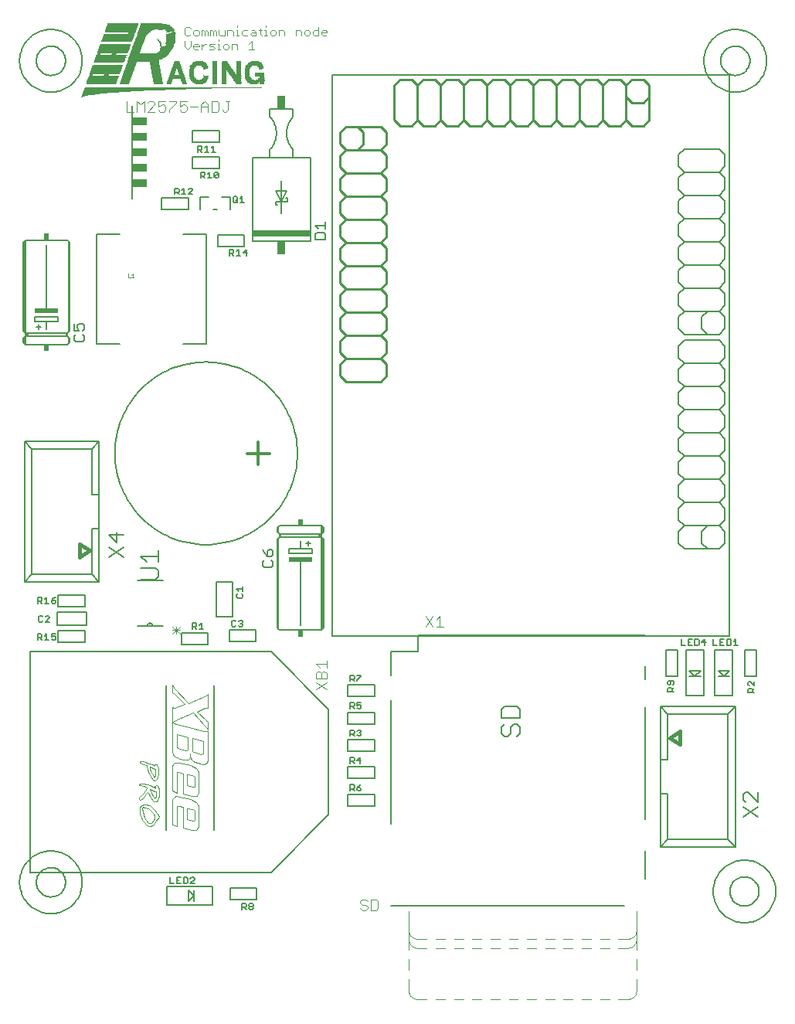
<source format=gto>
G75*
G70*
%OFA0B0*%
%FSLAX24Y24*%
%IPPOS*%
%LPD*%
%AMOC8*
5,1,8,0,0,1.08239X$1,22.5*
%
%ADD10C,0.0070*%
%ADD11C,0.0040*%
%ADD12R,0.0020X0.0010*%
%ADD13R,0.0040X0.0010*%
%ADD14R,0.0060X0.0010*%
%ADD15R,0.0100X0.0010*%
%ADD16R,0.0130X0.0010*%
%ADD17R,0.0170X0.0010*%
%ADD18R,0.0210X0.0010*%
%ADD19R,0.0270X0.0010*%
%ADD20R,0.0310X0.0010*%
%ADD21R,0.0380X0.0010*%
%ADD22R,0.0430X0.0010*%
%ADD23R,0.0510X0.0010*%
%ADD24R,0.0580X0.0010*%
%ADD25R,0.0660X0.0010*%
%ADD26R,0.0750X0.0010*%
%ADD27R,0.0850X0.0010*%
%ADD28R,0.0940X0.0010*%
%ADD29R,0.1050X0.0010*%
%ADD30R,0.1170X0.0010*%
%ADD31R,0.1280X0.0010*%
%ADD32R,0.1420X0.0010*%
%ADD33R,0.1550X0.0010*%
%ADD34R,0.1700X0.0010*%
%ADD35R,0.1860X0.0010*%
%ADD36R,0.2020X0.0010*%
%ADD37R,0.2190X0.0010*%
%ADD38R,0.2380X0.0010*%
%ADD39R,0.2580X0.0010*%
%ADD40R,0.2790X0.0010*%
%ADD41R,0.3020X0.0010*%
%ADD42R,0.3250X0.0010*%
%ADD43R,0.3500X0.0010*%
%ADD44R,0.3780X0.0010*%
%ADD45R,0.4060X0.0010*%
%ADD46R,0.4370X0.0010*%
%ADD47R,0.4700X0.0010*%
%ADD48R,0.5070X0.0010*%
%ADD49R,0.5460X0.0010*%
%ADD50R,0.5890X0.0010*%
%ADD51R,0.6380X0.0010*%
%ADD52R,0.6940X0.0010*%
%ADD53R,0.7620X0.0010*%
%ADD54R,0.0200X0.0010*%
%ADD55R,0.0180X0.0010*%
%ADD56R,0.0410X0.0010*%
%ADD57R,0.0400X0.0010*%
%ADD58R,0.0190X0.0010*%
%ADD59R,0.0280X0.0010*%
%ADD60R,0.0250X0.0010*%
%ADD61R,0.0160X0.0010*%
%ADD62R,0.1290X0.0010*%
%ADD63R,0.0420X0.0010*%
%ADD64R,0.0220X0.0010*%
%ADD65R,0.0340X0.0010*%
%ADD66R,0.0300X0.0010*%
%ADD67R,0.0390X0.0010*%
%ADD68R,0.1300X0.0010*%
%ADD69R,0.0470X0.0010*%
%ADD70R,0.0230X0.0010*%
%ADD71R,0.0490X0.0010*%
%ADD72R,0.0240X0.0010*%
%ADD73R,0.0530X0.0010*%
%ADD74R,0.0460X0.0010*%
%ADD75R,0.0550X0.0010*%
%ADD76R,0.0480X0.0010*%
%ADD77R,0.0570X0.0010*%
%ADD78R,0.0260X0.0010*%
%ADD79R,0.0500X0.0010*%
%ADD80R,0.0590X0.0010*%
%ADD81R,0.0520X0.0010*%
%ADD82R,0.0610X0.0010*%
%ADD83R,0.0540X0.0010*%
%ADD84R,0.0630X0.0010*%
%ADD85R,0.0650X0.0010*%
%ADD86R,0.0290X0.0010*%
%ADD87R,0.0760X0.0010*%
%ADD88R,0.0680X0.0010*%
%ADD89R,0.0700X0.0010*%
%ADD90R,0.0770X0.0010*%
%ADD91R,0.0320X0.0010*%
%ADD92R,0.0370X0.0010*%
%ADD93R,0.0330X0.0010*%
%ADD94R,0.0350X0.0010*%
%ADD95R,0.0740X0.0010*%
%ADD96R,0.0730X0.0010*%
%ADD97R,0.0360X0.0010*%
%ADD98R,0.0720X0.0010*%
%ADD99R,0.0710X0.0010*%
%ADD100R,0.0690X0.0010*%
%ADD101R,0.0670X0.0010*%
%ADD102R,0.0150X0.0010*%
%ADD103R,0.0110X0.0010*%
%ADD104R,0.0640X0.0010*%
%ADD105R,0.0050X0.0010*%
%ADD106R,0.0440X0.0010*%
%ADD107R,0.0010X0.0010*%
%ADD108R,0.0450X0.0010*%
%ADD109R,0.0030X0.0010*%
%ADD110R,0.0070X0.0010*%
%ADD111R,0.0120X0.0010*%
%ADD112R,0.0620X0.0010*%
%ADD113R,0.1350X0.0010*%
%ADD114R,0.1340X0.0010*%
%ADD115R,0.1330X0.0010*%
%ADD116R,0.1310X0.0010*%
%ADD117R,0.1320X0.0010*%
%ADD118R,0.1360X0.0010*%
%ADD119R,0.1400X0.0010*%
%ADD120R,0.1440X0.0010*%
%ADD121R,0.1450X0.0010*%
%ADD122R,0.1470X0.0010*%
%ADD123R,0.1480X0.0010*%
%ADD124R,0.1500X0.0010*%
%ADD125R,0.1520X0.0010*%
%ADD126R,0.1540X0.0010*%
%ADD127R,0.1560X0.0010*%
%ADD128R,0.1570X0.0010*%
%ADD129R,0.1580X0.0010*%
%ADD130R,0.1600X0.0010*%
%ADD131R,0.1610X0.0010*%
%ADD132R,0.1620X0.0010*%
%ADD133R,0.1630X0.0010*%
%ADD134R,0.1640X0.0010*%
%ADD135R,0.1650X0.0010*%
%ADD136R,0.1660X0.0010*%
%ADD137R,0.0080X0.0010*%
%ADD138R,0.0090X0.0010*%
%ADD139R,0.0600X0.0010*%
%ADD140R,0.1080X0.0010*%
%ADD141R,0.1120X0.0010*%
%ADD142R,0.1460X0.0010*%
%ADD143R,0.1430X0.0010*%
%ADD144R,0.1390X0.0010*%
%ADD145R,0.1380X0.0010*%
%ADD146R,0.1270X0.0010*%
%ADD147R,0.1240X0.0010*%
%ADD148R,0.1210X0.0010*%
%ADD149R,0.1180X0.0010*%
%ADD150R,0.1150X0.0010*%
%ADD151R,0.1110X0.0010*%
%ADD152R,0.1060X0.0010*%
%ADD153R,0.1010X0.0010*%
%ADD154R,0.0910X0.0010*%
%ADD155C,0.0030*%
%ADD156C,0.0080*%
%ADD157C,0.0060*%
%ADD158C,0.0100*%
%ADD159C,0.0050*%
%ADD160R,0.0660X0.0380*%
%ADD161C,0.0120*%
%ADD162R,0.1000X0.0200*%
%ADD163R,0.0200X0.0300*%
%ADD164C,0.0010*%
%ADD165R,0.0340X0.0580*%
%ADD166R,0.2500X0.0250*%
%ADD167C,0.0130*%
%ADD168C,0.0160*%
D10*
X023286Y011573D02*
X023418Y011442D01*
X023550Y011442D01*
X023682Y011573D01*
X023682Y011837D01*
X023814Y011969D01*
X023945Y011969D01*
X024077Y011837D01*
X024077Y011573D01*
X023945Y011442D01*
X023286Y011573D02*
X023286Y011837D01*
X023418Y011969D01*
X023286Y012233D02*
X023286Y012629D01*
X023418Y012761D01*
X023945Y012761D01*
X024077Y012629D01*
X024077Y012233D01*
X023286Y012233D01*
D11*
X020781Y016175D02*
X020474Y016175D01*
X020627Y016175D02*
X020627Y016636D01*
X020474Y016482D01*
X020320Y016636D02*
X020013Y016175D01*
X020320Y016175D02*
X020013Y016636D01*
X015737Y014718D02*
X015737Y014411D01*
X015737Y014565D02*
X015276Y014565D01*
X015430Y014411D01*
X015430Y014258D02*
X015506Y014181D01*
X015506Y013951D01*
X015276Y013951D02*
X015276Y014181D01*
X015353Y014258D01*
X015430Y014258D01*
X015506Y014181D02*
X015583Y014258D01*
X015660Y014258D01*
X015737Y014181D01*
X015737Y013951D01*
X015276Y013951D01*
X015276Y013797D02*
X015737Y013490D01*
X015737Y013797D02*
X015276Y013490D01*
X010612Y013268D02*
X010612Y012665D01*
X010579Y012665D01*
X010546Y012681D01*
X010519Y012665D01*
X010491Y012665D01*
X010146Y012528D01*
X010530Y012139D01*
X010557Y012117D01*
X010590Y012100D01*
X010612Y012095D01*
X010612Y011750D01*
X010563Y011821D01*
X010524Y011876D01*
X010458Y011952D01*
X009976Y012468D01*
X009219Y012161D01*
X009099Y012073D01*
X009099Y012057D01*
X009132Y012024D01*
X009263Y011980D01*
X009510Y011914D01*
X009822Y011837D01*
X010404Y011695D01*
X010502Y011673D01*
X010612Y011673D01*
X010612Y010428D01*
X010595Y010362D01*
X010568Y010319D01*
X010508Y010286D01*
X010453Y010264D01*
X010360Y010264D01*
X010316Y010280D01*
X010042Y010346D01*
X009987Y010368D01*
X009905Y010450D01*
X009877Y010516D01*
X009855Y010604D01*
X009855Y010713D01*
X009833Y010554D01*
X009779Y010439D01*
X009768Y010434D01*
X009620Y010434D01*
X009378Y010494D01*
X009318Y010532D01*
X009252Y010543D01*
X009159Y010626D01*
X009126Y010691D01*
X009093Y010796D01*
X009093Y012698D01*
X009154Y012665D01*
X009192Y012665D01*
X009625Y012840D01*
X009181Y013296D01*
X009093Y013345D01*
X009093Y013668D01*
X009192Y013531D01*
X009790Y012895D01*
X010552Y013208D01*
X010612Y013268D01*
X009959Y011371D02*
X010425Y011256D01*
X010425Y010752D01*
X010398Y010702D01*
X010310Y010697D01*
X010020Y010774D01*
X009981Y010790D01*
X009959Y010823D01*
X009959Y011371D01*
X009762Y011410D02*
X009762Y010911D01*
X009746Y010867D01*
X009707Y010839D01*
X009691Y010839D01*
X009367Y010922D01*
X009334Y010944D01*
X009291Y010982D01*
X009280Y011004D01*
X009280Y011536D01*
X009762Y011410D01*
X009378Y010313D02*
X009866Y010204D01*
X009927Y010187D01*
X010058Y010121D01*
X010129Y010072D01*
X010184Y009984D01*
X010206Y009918D01*
X010212Y009886D01*
X010212Y009025D01*
X010190Y008965D01*
X010135Y008893D01*
X010113Y008871D01*
X009921Y008871D01*
X009543Y008965D01*
X009543Y009864D01*
X009356Y009907D01*
X009324Y009918D01*
X009285Y009913D01*
X009269Y009891D01*
X009269Y009102D01*
X009280Y009030D01*
X009093Y009107D01*
X009093Y010193D01*
X009104Y010236D01*
X009137Y010280D01*
X009176Y010308D01*
X009236Y010324D01*
X009291Y010324D01*
X009378Y010313D01*
X009718Y009814D02*
X009713Y009809D01*
X009713Y009337D01*
X009948Y009277D01*
X010020Y009277D01*
X010036Y009293D01*
X010042Y009315D01*
X010042Y009705D01*
X010025Y009738D01*
X009987Y009759D01*
X009943Y009776D01*
X009718Y009814D01*
X009378Y008855D02*
X009866Y008745D01*
X009927Y008729D01*
X010058Y008663D01*
X010129Y008614D01*
X010184Y008526D01*
X010206Y008460D01*
X010212Y008427D01*
X010212Y007567D01*
X010190Y007506D01*
X010135Y007435D01*
X010113Y007413D01*
X009921Y007413D01*
X009543Y007506D01*
X009543Y008405D01*
X009356Y008449D01*
X009324Y008460D01*
X009285Y008455D01*
X009269Y008433D01*
X009269Y007643D01*
X009280Y007572D01*
X009093Y007649D01*
X009093Y008734D01*
X009104Y008778D01*
X009137Y008822D01*
X009176Y008849D01*
X009236Y008866D01*
X009291Y008866D01*
X009378Y008855D01*
X009718Y008356D02*
X009713Y008351D01*
X009713Y007879D01*
X009948Y007819D01*
X010020Y007819D01*
X010036Y007835D01*
X010042Y007857D01*
X010042Y008246D01*
X010025Y008279D01*
X009987Y008301D01*
X009943Y008318D01*
X009718Y008356D01*
X008501Y007994D02*
X008441Y008109D01*
X008265Y008318D01*
X008117Y008466D01*
X008074Y008482D01*
X007942Y008509D01*
X007832Y008515D01*
X007728Y008460D01*
X007668Y008367D01*
X007668Y008241D01*
X007690Y008082D01*
X007756Y007978D01*
X007788Y007835D01*
X007865Y007758D01*
X007947Y007654D01*
X008057Y007594D01*
X008128Y007583D01*
X008233Y007610D01*
X008309Y007704D01*
X008386Y007813D01*
X008408Y007890D01*
X008435Y007895D01*
X008479Y007934D01*
X008501Y007989D01*
X008315Y008049D02*
X008271Y008109D01*
X008161Y008252D01*
X008035Y008345D01*
X007876Y008394D01*
X007821Y008400D01*
X007794Y008351D01*
X007799Y008219D01*
X007849Y008087D01*
X007893Y007950D01*
X007958Y007835D01*
X008035Y007726D01*
X008167Y007726D01*
X008293Y007846D01*
X008315Y007912D01*
X008315Y008049D01*
X008359Y008636D02*
X008309Y008663D01*
X008265Y008663D01*
X008222Y008707D01*
X008183Y008767D01*
X008128Y008888D01*
X008057Y009003D01*
X008024Y009058D01*
X007942Y008975D01*
X007871Y008871D01*
X007810Y008795D01*
X007756Y008751D01*
X007701Y008729D01*
X007668Y008723D01*
X007635Y008740D01*
X007630Y008756D01*
X007662Y008800D01*
X007832Y009014D01*
X007969Y009217D01*
X007969Y009255D01*
X007931Y009266D01*
X007821Y009304D01*
X007723Y009337D01*
X007668Y009359D01*
X007635Y009359D01*
X007690Y009420D01*
X007772Y009425D01*
X007827Y009414D01*
X008002Y009365D01*
X008101Y009337D01*
X008238Y009277D01*
X008309Y009239D01*
X008348Y009222D01*
X008353Y009261D01*
X008320Y009304D01*
X008326Y009304D01*
X008348Y009321D01*
X008364Y009348D01*
X008386Y009359D01*
X008419Y009354D01*
X008452Y009321D01*
X008474Y009261D01*
X008501Y009189D01*
X008501Y008871D01*
X008485Y008806D01*
X008457Y008729D01*
X008430Y008685D01*
X008386Y008647D01*
X008359Y008636D01*
X008326Y008789D02*
X008315Y008827D01*
X008260Y008882D01*
X008216Y008959D01*
X008178Y009030D01*
X008161Y009113D01*
X008128Y009178D01*
X008315Y009074D01*
X008370Y009069D01*
X008370Y008871D01*
X008359Y008806D01*
X008326Y008789D01*
X008331Y009557D02*
X008309Y009557D01*
X008260Y009579D01*
X008222Y009611D01*
X008178Y009677D01*
X008057Y009918D01*
X008008Y010045D01*
X007986Y010143D01*
X007980Y010176D01*
X007980Y010214D01*
X007931Y010231D01*
X007832Y010264D01*
X007745Y010291D01*
X007706Y010313D01*
X007684Y010324D01*
X007673Y010346D01*
X007690Y010373D01*
X007723Y010395D01*
X007761Y010395D01*
X007805Y010384D01*
X007909Y010335D01*
X007986Y010302D01*
X008057Y010291D01*
X008123Y010275D01*
X008211Y010247D01*
X008276Y010220D01*
X008320Y010193D01*
X008320Y010236D01*
X008413Y010236D01*
X008413Y010187D01*
X008446Y010143D01*
X008490Y010099D01*
X008463Y010050D01*
X008463Y009853D01*
X008446Y009694D01*
X008381Y009584D01*
X008331Y009557D01*
X008315Y009683D02*
X008298Y009688D01*
X008276Y009716D01*
X008233Y009803D01*
X008183Y009875D01*
X008156Y009973D01*
X008128Y010045D01*
X008123Y010088D01*
X008123Y010154D01*
X008326Y010055D01*
X008353Y010045D01*
X008353Y009765D01*
X008326Y009699D01*
X008315Y009683D01*
X017195Y004344D02*
X017195Y004267D01*
X017271Y004191D01*
X017425Y004191D01*
X017502Y004114D01*
X017502Y004037D01*
X017425Y003960D01*
X017271Y003960D01*
X017195Y004037D01*
X017195Y004344D02*
X017271Y004421D01*
X017425Y004421D01*
X017502Y004344D01*
X017655Y004421D02*
X017885Y004421D01*
X017962Y004344D01*
X017962Y004037D01*
X017885Y003960D01*
X017655Y003960D01*
X017655Y004421D01*
X019269Y003900D02*
X019269Y003112D01*
X019269Y002718D01*
X019269Y002246D01*
X019269Y001852D02*
X019269Y001380D01*
X019269Y000986D02*
X019269Y000514D01*
X019271Y000475D01*
X019277Y000437D01*
X019286Y000400D01*
X019299Y000363D01*
X019316Y000328D01*
X019335Y000295D01*
X019358Y000264D01*
X019384Y000235D01*
X019413Y000209D01*
X019444Y000186D01*
X019477Y000167D01*
X019512Y000150D01*
X019549Y000137D01*
X019586Y000128D01*
X019624Y000122D01*
X019663Y000120D01*
X020056Y000120D01*
X020450Y000120D02*
X020844Y000120D01*
X021237Y000120D02*
X021631Y000120D01*
X022025Y000120D02*
X022418Y000120D01*
X022812Y000120D02*
X023206Y000120D01*
X023600Y000120D02*
X023993Y000120D01*
X024387Y000120D02*
X024781Y000120D01*
X025174Y000120D02*
X025568Y000120D01*
X025962Y000120D02*
X026355Y000120D01*
X026749Y000120D02*
X027143Y000120D01*
X027537Y000120D02*
X027930Y000120D01*
X028324Y000120D02*
X028718Y000120D01*
X028757Y000122D01*
X028795Y000128D01*
X028832Y000137D01*
X028869Y000150D01*
X028904Y000167D01*
X028937Y000186D01*
X028968Y000209D01*
X028997Y000235D01*
X029023Y000264D01*
X029046Y000295D01*
X029065Y000328D01*
X029082Y000363D01*
X029095Y000400D01*
X029104Y000437D01*
X029110Y000475D01*
X029112Y000514D01*
X029111Y000514D02*
X029111Y000986D01*
X029111Y001380D02*
X029111Y001852D01*
X029111Y002246D02*
X029111Y002718D01*
X029111Y003112D01*
X029111Y003900D01*
X029112Y003112D02*
X029110Y003073D01*
X029104Y003035D01*
X029095Y002998D01*
X029082Y002961D01*
X029065Y002926D01*
X029046Y002893D01*
X029023Y002862D01*
X028997Y002833D01*
X028968Y002807D01*
X028937Y002784D01*
X028904Y002765D01*
X028869Y002748D01*
X028832Y002735D01*
X028795Y002726D01*
X028757Y002720D01*
X028718Y002718D01*
X028718Y002324D02*
X028757Y002326D01*
X028795Y002332D01*
X028832Y002341D01*
X028869Y002354D01*
X028904Y002371D01*
X028937Y002390D01*
X028968Y002413D01*
X028997Y002439D01*
X029023Y002468D01*
X029046Y002499D01*
X029065Y002532D01*
X029082Y002567D01*
X029095Y002604D01*
X029104Y002641D01*
X029110Y002679D01*
X029112Y002718D01*
X028718Y002718D02*
X028324Y002718D01*
X028324Y002325D02*
X028718Y002325D01*
X027930Y002325D02*
X027537Y002325D01*
X027537Y002718D02*
X027930Y002718D01*
X027143Y002718D02*
X026749Y002718D01*
X026749Y002325D02*
X027143Y002325D01*
X026355Y002325D02*
X025962Y002325D01*
X025962Y002718D02*
X026355Y002718D01*
X025568Y002718D02*
X025174Y002718D01*
X025174Y002325D02*
X025568Y002325D01*
X024781Y002325D02*
X024387Y002325D01*
X024387Y002718D02*
X024781Y002718D01*
X023993Y002718D02*
X023600Y002718D01*
X023600Y002325D02*
X023993Y002325D01*
X023206Y002325D02*
X022812Y002325D01*
X022812Y002718D02*
X023206Y002718D01*
X022418Y002718D02*
X022025Y002718D01*
X022025Y002325D02*
X022418Y002325D01*
X021631Y002325D02*
X021237Y002325D01*
X020844Y002325D02*
X020450Y002325D01*
X020450Y002718D02*
X020844Y002718D01*
X021237Y002718D02*
X021631Y002718D01*
X020056Y002718D02*
X019663Y002718D01*
X019269Y002718D02*
X019271Y002679D01*
X019277Y002641D01*
X019286Y002604D01*
X019299Y002567D01*
X019316Y002532D01*
X019335Y002499D01*
X019358Y002468D01*
X019384Y002439D01*
X019413Y002413D01*
X019444Y002390D01*
X019477Y002371D01*
X019512Y002354D01*
X019549Y002341D01*
X019586Y002332D01*
X019624Y002326D01*
X019663Y002324D01*
X019663Y002325D02*
X020056Y002325D01*
X019663Y002718D02*
X019624Y002720D01*
X019586Y002726D01*
X019549Y002735D01*
X019512Y002748D01*
X019477Y002765D01*
X019444Y002784D01*
X019413Y002807D01*
X019384Y002833D01*
X019358Y002862D01*
X019335Y002893D01*
X019316Y002926D01*
X019299Y002961D01*
X019286Y002998D01*
X019277Y003035D01*
X019271Y003073D01*
X019269Y003112D01*
X011393Y038393D02*
X011317Y038393D01*
X011240Y038470D01*
X011086Y038470D02*
X011086Y038777D01*
X011010Y038854D01*
X010779Y038854D01*
X010779Y038393D01*
X011010Y038393D01*
X011086Y038470D01*
X011393Y038393D02*
X011470Y038470D01*
X011470Y038854D01*
X011393Y038854D02*
X011547Y038854D01*
X010626Y038700D02*
X010626Y038393D01*
X010626Y038623D02*
X010319Y038623D01*
X010319Y038700D02*
X010473Y038854D01*
X010626Y038700D01*
X010319Y038700D02*
X010319Y038393D01*
X010166Y038623D02*
X009859Y038623D01*
X009705Y038623D02*
X009705Y038470D01*
X009628Y038393D01*
X009475Y038393D01*
X009398Y038470D01*
X009398Y038623D02*
X009552Y038700D01*
X009628Y038700D01*
X009705Y038623D01*
X009705Y038854D02*
X009398Y038854D01*
X009398Y038623D01*
X009245Y038777D02*
X008938Y038470D01*
X008938Y038393D01*
X008784Y038470D02*
X008708Y038393D01*
X008554Y038393D01*
X008478Y038470D01*
X008478Y038623D02*
X008631Y038700D01*
X008708Y038700D01*
X008784Y038623D01*
X008784Y038470D01*
X008478Y038623D02*
X008478Y038854D01*
X008784Y038854D01*
X008938Y038854D02*
X009245Y038854D01*
X009245Y038777D01*
X008324Y038777D02*
X008247Y038854D01*
X008094Y038854D01*
X008017Y038777D01*
X007864Y038854D02*
X007864Y038393D01*
X008017Y038393D02*
X008324Y038700D01*
X008324Y038777D01*
X008324Y038393D02*
X008017Y038393D01*
X007710Y038700D02*
X007864Y038854D01*
X007710Y038700D02*
X007557Y038854D01*
X007557Y038393D01*
X007403Y038393D02*
X007096Y038393D01*
X007096Y038854D01*
D12*
X005180Y039020D03*
X008460Y041500D03*
D13*
X008470Y041480D03*
X008580Y041240D03*
X008580Y041230D03*
X010440Y040210D03*
X005190Y039030D03*
D14*
X005210Y039040D03*
X008480Y041460D03*
X008580Y041270D03*
X008580Y041260D03*
X008580Y041250D03*
X008590Y041200D03*
X008600Y041190D03*
D15*
X008600Y041920D03*
X010470Y040230D03*
X005230Y039050D03*
D16*
X005245Y039060D03*
D17*
X005275Y039070D03*
D18*
X005295Y039080D03*
X009105Y041770D03*
X009275Y040550D03*
X009385Y040250D03*
X009395Y040220D03*
X009405Y040190D03*
X009415Y040170D03*
X009415Y040160D03*
X009425Y040140D03*
X009425Y040130D03*
X009435Y040110D03*
X009435Y040100D03*
X009445Y040080D03*
X009445Y040070D03*
X009455Y040050D03*
X009455Y040040D03*
X009465Y040020D03*
X009465Y040010D03*
X009475Y040000D03*
X009475Y039990D03*
X009475Y039980D03*
X009485Y039970D03*
X009485Y039960D03*
X009545Y039780D03*
X009555Y039750D03*
X009565Y039720D03*
X009575Y039690D03*
X009615Y039580D03*
X009905Y040010D03*
X009905Y040020D03*
X009905Y040030D03*
X009905Y040040D03*
X009905Y040090D03*
X009905Y040100D03*
X009905Y040110D03*
X009905Y040120D03*
X011325Y040120D03*
X011325Y040110D03*
X011325Y040100D03*
X011325Y040090D03*
X011325Y040080D03*
X011325Y040070D03*
X011325Y040060D03*
X011325Y040050D03*
X011325Y040040D03*
X011325Y040030D03*
X011325Y040020D03*
X011325Y040010D03*
X011325Y040000D03*
X011325Y039990D03*
X011325Y039980D03*
X011325Y039970D03*
X011325Y039960D03*
X011325Y039950D03*
X011325Y039940D03*
X011325Y039930D03*
X011325Y039920D03*
X011325Y039910D03*
X011325Y039900D03*
X011325Y039890D03*
X011325Y039880D03*
X011325Y039870D03*
X011325Y039860D03*
X011325Y039850D03*
X011325Y039840D03*
X011325Y039830D03*
X011325Y039820D03*
X011325Y039810D03*
X011325Y039800D03*
X011325Y039790D03*
X011325Y039780D03*
X011325Y039770D03*
X011325Y039760D03*
X011325Y039750D03*
X011325Y039740D03*
X011325Y039730D03*
X011325Y039720D03*
X011325Y039710D03*
X011325Y039700D03*
X011325Y039690D03*
X011325Y039680D03*
X011325Y039670D03*
X011325Y039660D03*
X011325Y039650D03*
X011325Y039640D03*
X011325Y039630D03*
X011325Y039620D03*
X011325Y039610D03*
X011325Y039600D03*
X011325Y039590D03*
X011325Y040130D03*
X011325Y040140D03*
X011325Y040150D03*
X011325Y040160D03*
X011325Y040170D03*
X011325Y040180D03*
X011335Y040550D03*
X011945Y040540D03*
X011945Y040530D03*
X011945Y040520D03*
X011945Y040510D03*
X011945Y040500D03*
X011945Y040490D03*
X011945Y040480D03*
X011945Y040470D03*
X011945Y040460D03*
X011945Y040450D03*
X011945Y040440D03*
X011945Y040430D03*
X011945Y040420D03*
X011945Y040410D03*
X011945Y040400D03*
X011945Y040390D03*
X011945Y040380D03*
X011945Y040370D03*
X011945Y040360D03*
X011945Y040350D03*
X011945Y040340D03*
X011945Y040330D03*
X011945Y040320D03*
X011945Y040310D03*
X011945Y040300D03*
X011945Y040290D03*
X011945Y040280D03*
X011945Y040270D03*
X011945Y040260D03*
X011945Y040250D03*
X011945Y040240D03*
X011945Y040230D03*
X011945Y040220D03*
X011945Y040210D03*
X011945Y040200D03*
X011945Y040190D03*
X011945Y040180D03*
X011945Y040170D03*
X011945Y040160D03*
X011945Y040150D03*
X011945Y040140D03*
X011945Y040130D03*
X011945Y040120D03*
X011945Y040110D03*
X011945Y040100D03*
X011945Y040090D03*
X011945Y040080D03*
X011945Y040070D03*
X011945Y040060D03*
X011945Y040050D03*
X011945Y040040D03*
X011945Y040030D03*
X011945Y040020D03*
X011945Y040010D03*
X011945Y040000D03*
X011945Y039990D03*
X011945Y039980D03*
X011945Y039970D03*
X011945Y039960D03*
X012305Y040020D03*
X012305Y040120D03*
X012305Y040130D03*
X011945Y039590D03*
X012945Y039890D03*
X012945Y039900D03*
D19*
X012915Y039790D03*
X012855Y040370D03*
X012395Y040360D03*
X012385Y039780D03*
X012395Y039770D03*
X011915Y039680D03*
X011915Y039670D03*
X011355Y040470D03*
X011355Y040480D03*
X010465Y040360D03*
X010455Y040370D03*
X010005Y040370D03*
X009995Y040360D03*
X010005Y039760D03*
X009275Y040460D03*
X007315Y041740D03*
X007325Y041770D03*
X007345Y041820D03*
X005325Y039090D03*
D20*
X005355Y039100D03*
X009065Y041740D03*
X009275Y040410D03*
X009275Y040400D03*
X010425Y039740D03*
X011375Y040410D03*
X011375Y040420D03*
X011895Y039740D03*
X011895Y039730D03*
X012425Y040380D03*
X012895Y039760D03*
D21*
X012860Y039910D03*
X012860Y039920D03*
X012860Y039930D03*
X012860Y039940D03*
X012860Y039950D03*
X012860Y039960D03*
X012860Y039970D03*
X012860Y039980D03*
X012860Y039990D03*
X012860Y040000D03*
X012860Y040010D03*
X012860Y040020D03*
X012860Y040030D03*
X012860Y040040D03*
X012860Y040050D03*
X012860Y040060D03*
X012600Y039610D03*
X011860Y039840D03*
X011410Y040310D03*
X009280Y040310D03*
X009280Y040300D03*
X008930Y041180D03*
X009000Y041360D03*
X009000Y041370D03*
X009000Y041380D03*
X008970Y041900D03*
X008970Y041910D03*
X007620Y041320D03*
X007610Y041290D03*
X007600Y041270D03*
X007590Y041240D03*
X007580Y041220D03*
X007580Y041210D03*
X007570Y041190D03*
X007570Y041180D03*
X007560Y041170D03*
X007560Y041160D03*
X007550Y041140D03*
X007550Y041130D03*
X007540Y041110D03*
X007540Y041100D03*
X007530Y041080D03*
X007530Y041070D03*
X007520Y041060D03*
X007520Y041050D03*
X007520Y041040D03*
X007510Y041030D03*
X007510Y041020D03*
X007500Y041000D03*
X007500Y040990D03*
X007490Y040970D03*
X007490Y040960D03*
X007480Y040950D03*
X007480Y040940D03*
X007480Y040930D03*
X007470Y040920D03*
X007470Y040910D03*
X005390Y039110D03*
D22*
X005425Y039120D03*
X007485Y040900D03*
X007765Y041670D03*
X007775Y041690D03*
X007785Y041710D03*
X010235Y040520D03*
X010235Y039610D03*
X011435Y040230D03*
X011835Y039920D03*
X011835Y039910D03*
X012595Y039630D03*
X012635Y040520D03*
D23*
X012635Y040490D03*
X008815Y041080D03*
X008815Y041090D03*
X008695Y040910D03*
X007865Y041830D03*
X005465Y039130D03*
D24*
X005500Y039140D03*
X008640Y040880D03*
D25*
X009280Y039910D03*
X010230Y039710D03*
X010230Y040420D03*
X007970Y041920D03*
X005550Y039150D03*
X012630Y040420D03*
D26*
X012675Y039700D03*
X005595Y039160D03*
D27*
X005645Y039170D03*
X007695Y040880D03*
D28*
X005700Y039180D03*
D29*
X005755Y039190D03*
D30*
X005815Y039200D03*
D31*
X005880Y039210D03*
X008340Y042080D03*
D32*
X008380Y042000D03*
X005950Y039220D03*
D33*
X006025Y039230D03*
X007985Y040730D03*
D34*
X006100Y039240D03*
D35*
X006180Y039250D03*
D36*
X006270Y039260D03*
D37*
X006355Y039270D03*
D38*
X006450Y039280D03*
D39*
X006560Y039290D03*
D40*
X006665Y039300D03*
D41*
X006780Y039310D03*
D42*
X006905Y039320D03*
D43*
X007030Y039330D03*
D44*
X007170Y039340D03*
D45*
X007320Y039350D03*
D46*
X007475Y039360D03*
D47*
X007650Y039370D03*
D48*
X007835Y039380D03*
D49*
X008030Y039390D03*
D50*
X008255Y039400D03*
D51*
X008500Y039410D03*
D52*
X008780Y039420D03*
D53*
X009130Y039430D03*
D54*
X008940Y039600D03*
X008940Y039610D03*
X008950Y039620D03*
X008950Y039630D03*
X008950Y039640D03*
X008960Y039650D03*
X008960Y039660D03*
X008960Y039670D03*
X008970Y039680D03*
X008970Y039690D03*
X008970Y039700D03*
X008980Y039710D03*
X008980Y039720D03*
X008980Y039730D03*
X008990Y039740D03*
X008990Y039750D03*
X009000Y039770D03*
X009000Y039780D03*
X009070Y039980D03*
X009080Y040000D03*
X009080Y040010D03*
X009090Y040030D03*
X009090Y040040D03*
X009100Y040060D03*
X009100Y040070D03*
X009110Y040090D03*
X009120Y040120D03*
X009130Y040150D03*
X009140Y040180D03*
X009150Y040210D03*
X009160Y040240D03*
X009170Y040260D03*
X009380Y040260D03*
X009380Y040270D03*
X009390Y040240D03*
X009390Y040230D03*
X009400Y040210D03*
X009400Y040200D03*
X009410Y040180D03*
X009420Y040150D03*
X009430Y040120D03*
X009440Y040090D03*
X009450Y040060D03*
X009460Y040030D03*
X010240Y039570D03*
X010530Y039900D03*
X010910Y039580D03*
X010910Y040550D03*
X010240Y040560D03*
X008950Y041840D03*
X012640Y040560D03*
X012910Y040250D03*
D55*
X012960Y039690D03*
X012960Y039680D03*
X012960Y039670D03*
X012960Y039660D03*
X012960Y039650D03*
X012960Y039640D03*
X012960Y039630D03*
X012960Y039620D03*
X012960Y039610D03*
X012960Y039600D03*
X012960Y039590D03*
X012610Y039570D03*
X010500Y040250D03*
X009120Y041780D03*
X006580Y040920D03*
X006230Y039960D03*
D56*
X007045Y039690D03*
X007035Y039660D03*
X007025Y039630D03*
X007015Y039610D03*
X007005Y039580D03*
X007055Y039720D03*
X007065Y039740D03*
X007075Y039770D03*
X007085Y039800D03*
X007095Y039830D03*
X007115Y039880D03*
X007125Y039910D03*
X007135Y039940D03*
X007155Y039990D03*
X007165Y040020D03*
X007175Y040050D03*
X007195Y040100D03*
X007205Y040130D03*
X007215Y040160D03*
X007235Y040210D03*
X007245Y040240D03*
X007255Y040270D03*
X007285Y040350D03*
X007295Y040380D03*
X007325Y040460D03*
X007335Y040490D03*
X008305Y040510D03*
X008305Y040520D03*
X008315Y040460D03*
X008315Y040450D03*
X008325Y040410D03*
X008325Y040400D03*
X008335Y040360D03*
X008335Y040350D03*
X008335Y040340D03*
X008345Y040300D03*
X008345Y040290D03*
X008355Y040250D03*
X008355Y040240D03*
X008365Y040200D03*
X008365Y040190D03*
X008365Y040180D03*
X008375Y040140D03*
X008375Y040130D03*
X008385Y040090D03*
X008385Y040080D03*
X008385Y040070D03*
X008395Y040040D03*
X008395Y040030D03*
X008395Y040020D03*
X008405Y039980D03*
X008405Y039970D03*
X008415Y039930D03*
X008415Y039920D03*
X008415Y039910D03*
X008425Y039870D03*
X008425Y039860D03*
X008435Y039820D03*
X008435Y039810D03*
X008435Y039800D03*
X008445Y039770D03*
X008445Y039760D03*
X008445Y039750D03*
X008455Y039710D03*
X008455Y039700D03*
X008465Y039660D03*
X008465Y039650D03*
X008465Y039640D03*
X008475Y039610D03*
X008475Y039600D03*
X008475Y039590D03*
X009025Y041550D03*
X009025Y041560D03*
X009025Y041570D03*
X009025Y041580D03*
X009025Y041590D03*
X009025Y041600D03*
X009025Y041610D03*
X009025Y041620D03*
X009025Y041630D03*
X009025Y041640D03*
X009025Y041650D03*
X009025Y041660D03*
X009025Y041670D03*
X009025Y041680D03*
X009015Y041700D03*
X007745Y041630D03*
X007735Y041610D03*
X007735Y041600D03*
X007725Y041590D03*
X007725Y041580D03*
X007715Y041560D03*
X011425Y040270D03*
X011425Y040260D03*
X011845Y039890D03*
X011845Y039880D03*
X012595Y039620D03*
D57*
X011850Y039870D03*
X011420Y040280D03*
X009280Y040280D03*
X009010Y041430D03*
X009020Y041480D03*
X009020Y041490D03*
X009020Y041500D03*
X009020Y041510D03*
X009020Y041520D03*
X009020Y041530D03*
X009020Y041540D03*
X008970Y041890D03*
X007720Y041570D03*
X007710Y041550D03*
X007710Y041540D03*
X007700Y041530D03*
X007700Y041520D03*
X007700Y041510D03*
X007690Y041500D03*
X007690Y041490D03*
X007680Y041480D03*
X007680Y041470D03*
X007670Y041450D03*
X007660Y041420D03*
X008300Y040540D03*
X008300Y040530D03*
X008310Y040500D03*
X008310Y040490D03*
X008310Y040480D03*
X008310Y040470D03*
X008320Y040440D03*
X008320Y040430D03*
X008320Y040420D03*
X008330Y040390D03*
X008330Y040380D03*
X008330Y040370D03*
X008340Y040330D03*
X008340Y040320D03*
X008340Y040310D03*
X008350Y040280D03*
X008350Y040270D03*
X008350Y040260D03*
X008360Y040230D03*
X008360Y040220D03*
X008360Y040210D03*
X008370Y040170D03*
X008370Y040160D03*
X008370Y040150D03*
X008380Y040120D03*
X008380Y040110D03*
X008380Y040100D03*
X008390Y040060D03*
X008390Y040050D03*
X008400Y040010D03*
X008400Y040000D03*
X008400Y039990D03*
X008410Y039960D03*
X008410Y039950D03*
X008410Y039940D03*
X008420Y039900D03*
X008420Y039890D03*
X008420Y039880D03*
X008430Y039850D03*
X008430Y039840D03*
X008430Y039830D03*
X008440Y039790D03*
X008440Y039780D03*
X008450Y039740D03*
X008450Y039730D03*
X008450Y039720D03*
X008460Y039690D03*
X008460Y039680D03*
X008460Y039670D03*
X008470Y039630D03*
X008470Y039620D03*
X008480Y039580D03*
D58*
X008935Y039580D03*
X008935Y039590D03*
X008995Y039760D03*
X009005Y039790D03*
X009065Y039960D03*
X009065Y039970D03*
X009075Y039990D03*
X009085Y040020D03*
X009095Y040050D03*
X009105Y040080D03*
X009115Y040100D03*
X009115Y040110D03*
X009125Y040130D03*
X009125Y040140D03*
X009135Y040160D03*
X009135Y040170D03*
X009145Y040190D03*
X009145Y040200D03*
X009155Y040220D03*
X009155Y040230D03*
X009165Y040250D03*
X009175Y040270D03*
X008595Y041930D03*
X006575Y040910D03*
X006575Y040900D03*
X006565Y040890D03*
X006565Y040880D03*
X006565Y040870D03*
X006555Y040860D03*
X006555Y040850D03*
X006555Y040840D03*
X006255Y040020D03*
X006245Y040010D03*
X006245Y040000D03*
X006245Y039990D03*
X006235Y039980D03*
X006235Y039970D03*
X006225Y039950D03*
X006225Y039940D03*
X011325Y039580D03*
X011945Y039580D03*
X011945Y040550D03*
D59*
X012410Y040370D03*
X012640Y040550D03*
X012840Y040380D03*
X012910Y039780D03*
X011910Y039690D03*
X011360Y040460D03*
X010450Y039750D03*
X010240Y039580D03*
X010240Y040550D03*
X009280Y040450D03*
X009280Y040440D03*
X009080Y041750D03*
X009010Y041860D03*
X007340Y041810D03*
X007340Y041800D03*
X007330Y041790D03*
X007330Y041780D03*
X007320Y041760D03*
X007320Y041750D03*
D60*
X009275Y040490D03*
X009975Y040340D03*
X009985Y040350D03*
X010475Y040350D03*
X010485Y040340D03*
X010475Y039770D03*
X009975Y039790D03*
X011345Y040500D03*
X011345Y040510D03*
X011575Y040160D03*
X011595Y040130D03*
X011615Y040100D03*
X011635Y040070D03*
X011655Y040040D03*
X011675Y040010D03*
X011695Y039980D03*
X011925Y039650D03*
X012355Y039820D03*
X012365Y039810D03*
X012365Y039800D03*
X012375Y039790D03*
X012605Y039580D03*
X012925Y039810D03*
X012875Y040350D03*
X012865Y040360D03*
X012385Y040350D03*
X012375Y040340D03*
D61*
X012960Y039580D03*
X005930Y040920D03*
X005920Y040890D03*
X005910Y040870D03*
X005910Y040860D03*
X005900Y040840D03*
X005590Y039980D03*
D62*
X006035Y039620D03*
X006025Y039600D03*
X006025Y039590D03*
X006045Y039650D03*
X006055Y039680D03*
X006065Y039710D03*
X006085Y039760D03*
X006095Y039790D03*
X006105Y039820D03*
X006125Y039870D03*
X006135Y039900D03*
X006145Y039930D03*
X006185Y040040D03*
X006215Y040120D03*
X006225Y040150D03*
X006265Y040260D03*
X006305Y040370D03*
D63*
X007100Y039850D03*
X007100Y039840D03*
X007090Y039820D03*
X007090Y039810D03*
X007080Y039790D03*
X007080Y039780D03*
X007070Y039760D03*
X007070Y039750D03*
X007060Y039730D03*
X007050Y039710D03*
X007050Y039700D03*
X007040Y039680D03*
X007040Y039670D03*
X007030Y039650D03*
X007030Y039640D03*
X007020Y039620D03*
X007010Y039600D03*
X007010Y039590D03*
X007110Y039860D03*
X007110Y039870D03*
X007120Y039890D03*
X007120Y039900D03*
X007130Y039920D03*
X007130Y039930D03*
X007140Y039950D03*
X007140Y039960D03*
X007150Y039970D03*
X007150Y039980D03*
X007160Y040000D03*
X007160Y040010D03*
X007170Y040030D03*
X007170Y040040D03*
X007180Y040060D03*
X007180Y040070D03*
X007190Y040080D03*
X007190Y040090D03*
X007200Y040110D03*
X007200Y040120D03*
X007210Y040140D03*
X007210Y040150D03*
X007220Y040170D03*
X007220Y040180D03*
X007230Y040190D03*
X007230Y040200D03*
X007240Y040220D03*
X007240Y040230D03*
X007250Y040250D03*
X007250Y040260D03*
X007260Y040280D03*
X007260Y040290D03*
X007270Y040300D03*
X007270Y040310D03*
X007270Y040320D03*
X007280Y040330D03*
X007280Y040340D03*
X007290Y040360D03*
X007290Y040370D03*
X007300Y040390D03*
X007300Y040400D03*
X007310Y040410D03*
X007310Y040420D03*
X007310Y040430D03*
X007320Y040440D03*
X007320Y040450D03*
X007330Y040470D03*
X007330Y040480D03*
X007340Y040500D03*
X007340Y040510D03*
X007350Y040520D03*
X007350Y040530D03*
X007350Y040540D03*
X007740Y041620D03*
X007750Y041640D03*
X007760Y041650D03*
X007760Y041660D03*
X007770Y041680D03*
X009020Y041690D03*
X011430Y040250D03*
X011430Y040240D03*
X011840Y039900D03*
D64*
X011940Y039610D03*
X011940Y039600D03*
X012330Y039880D03*
X012320Y039910D03*
X012320Y039920D03*
X012320Y039930D03*
X012310Y039950D03*
X012310Y039960D03*
X012310Y039970D03*
X012310Y039980D03*
X012310Y039990D03*
X012310Y040000D03*
X012310Y040010D03*
X012300Y040030D03*
X012300Y040040D03*
X012300Y040050D03*
X012300Y040060D03*
X012300Y040070D03*
X012300Y040080D03*
X012300Y040090D03*
X012300Y040100D03*
X012300Y040110D03*
X012310Y040140D03*
X012310Y040150D03*
X012310Y040160D03*
X012310Y040170D03*
X012310Y040180D03*
X012310Y040190D03*
X012320Y040200D03*
X012320Y040210D03*
X012320Y040220D03*
X012320Y040230D03*
X012330Y040250D03*
X012910Y040280D03*
X012910Y040290D03*
X012920Y040270D03*
X012920Y040260D03*
X012940Y039880D03*
X012940Y039870D03*
X012940Y039860D03*
X010910Y039860D03*
X010910Y039850D03*
X010910Y039840D03*
X010910Y039830D03*
X010910Y039820D03*
X010910Y039810D03*
X010910Y039800D03*
X010910Y039790D03*
X010910Y039780D03*
X010910Y039770D03*
X010910Y039760D03*
X010910Y039750D03*
X010910Y039740D03*
X010910Y039730D03*
X010910Y039720D03*
X010910Y039710D03*
X010910Y039700D03*
X010910Y039690D03*
X010910Y039680D03*
X010910Y039670D03*
X010910Y039660D03*
X010910Y039650D03*
X010910Y039640D03*
X010910Y039630D03*
X010910Y039620D03*
X010910Y039610D03*
X010910Y039600D03*
X010910Y039590D03*
X010910Y039870D03*
X010910Y039880D03*
X010910Y039890D03*
X010910Y039900D03*
X010910Y039910D03*
X010910Y039920D03*
X010910Y039930D03*
X010910Y039940D03*
X010910Y039950D03*
X010910Y039960D03*
X010910Y039970D03*
X010910Y039980D03*
X010910Y039990D03*
X010910Y040000D03*
X010910Y040010D03*
X010910Y040020D03*
X010910Y040030D03*
X010910Y040040D03*
X010910Y040050D03*
X010910Y040060D03*
X010910Y040070D03*
X010910Y040080D03*
X010910Y040090D03*
X010910Y040100D03*
X010910Y040110D03*
X010910Y040120D03*
X010910Y040130D03*
X010910Y040140D03*
X010910Y040150D03*
X010910Y040160D03*
X010910Y040170D03*
X010910Y040180D03*
X010910Y040190D03*
X010910Y040200D03*
X010910Y040210D03*
X010910Y040220D03*
X010910Y040230D03*
X010910Y040240D03*
X010910Y040250D03*
X010910Y040260D03*
X010910Y040270D03*
X010910Y040280D03*
X010910Y040290D03*
X010910Y040300D03*
X010910Y040310D03*
X010910Y040320D03*
X010910Y040330D03*
X010910Y040340D03*
X010910Y040350D03*
X010910Y040360D03*
X010910Y040370D03*
X010910Y040380D03*
X010910Y040390D03*
X010910Y040400D03*
X010910Y040410D03*
X010910Y040420D03*
X010910Y040430D03*
X010910Y040440D03*
X010910Y040450D03*
X010910Y040460D03*
X010910Y040470D03*
X010910Y040480D03*
X010910Y040490D03*
X010910Y040500D03*
X010910Y040510D03*
X010910Y040520D03*
X010910Y040530D03*
X010910Y040540D03*
X010520Y040260D03*
X010530Y039890D03*
X010530Y039880D03*
X010530Y039870D03*
X010520Y039860D03*
X010520Y039850D03*
X010510Y039830D03*
X009930Y039880D03*
X009920Y039910D03*
X009920Y039920D03*
X009920Y039930D03*
X009910Y039940D03*
X009910Y039950D03*
X009910Y039960D03*
X009910Y039970D03*
X009910Y039980D03*
X009910Y039990D03*
X009910Y040000D03*
X009900Y040050D03*
X009900Y040060D03*
X009900Y040070D03*
X009900Y040080D03*
X009910Y040130D03*
X009910Y040140D03*
X009910Y040150D03*
X009910Y040160D03*
X009910Y040170D03*
X009910Y040180D03*
X009910Y040190D03*
X009920Y040200D03*
X009920Y040210D03*
X009920Y040220D03*
X009920Y040230D03*
X009930Y040240D03*
X009930Y040250D03*
X009540Y039790D03*
X009550Y039770D03*
X009550Y039760D03*
X009560Y039740D03*
X009560Y039730D03*
X009570Y039710D03*
X009570Y039700D03*
X009580Y039680D03*
X009580Y039670D03*
X009590Y039660D03*
X009590Y039650D03*
X009590Y039640D03*
X009600Y039630D03*
X009600Y039620D03*
X009600Y039610D03*
X009610Y039600D03*
X009610Y039590D03*
X009280Y040530D03*
X009280Y040540D03*
D65*
X009280Y040370D03*
X009280Y040360D03*
X010240Y040540D03*
X010240Y039590D03*
X011390Y040370D03*
X011880Y039780D03*
X012440Y039740D03*
X012600Y039600D03*
X012640Y040540D03*
X008960Y041950D03*
D66*
X009280Y040420D03*
X010020Y040380D03*
X011370Y040430D03*
X011900Y039720D03*
X012420Y039750D03*
X012600Y039590D03*
D67*
X011855Y039850D03*
X011855Y039860D03*
X011415Y040290D03*
X011415Y040300D03*
X012635Y040530D03*
X010235Y040530D03*
X010235Y039600D03*
X009275Y040290D03*
X009005Y041390D03*
X009005Y041400D03*
X009005Y041410D03*
X009005Y041420D03*
X009015Y041440D03*
X009015Y041450D03*
X009015Y041460D03*
X009015Y041470D03*
X009025Y041710D03*
X008975Y041880D03*
X007675Y041460D03*
X007665Y041440D03*
X007665Y041430D03*
X007655Y041410D03*
X007655Y041400D03*
X007645Y041390D03*
X007645Y041380D03*
X007635Y041370D03*
X007635Y041360D03*
X007635Y041350D03*
X007625Y041340D03*
X007625Y041330D03*
X007615Y041310D03*
X007615Y041300D03*
X007605Y041280D03*
X007595Y041260D03*
X007595Y041250D03*
X007585Y041230D03*
X007575Y041200D03*
X007555Y041150D03*
X007545Y041120D03*
X007535Y041090D03*
X007505Y041010D03*
X007495Y040980D03*
D68*
X006750Y041600D03*
X006740Y041570D03*
X006730Y041550D03*
X006730Y041540D03*
X006720Y041520D03*
X006720Y041510D03*
X006710Y041490D03*
X006700Y041460D03*
X006690Y041440D03*
X006690Y041430D03*
X006680Y041410D03*
X006680Y041400D03*
X006630Y041270D03*
X006630Y041260D03*
X006620Y041240D03*
X006610Y041220D03*
X006610Y041210D03*
X006600Y041190D03*
X006600Y041180D03*
X006590Y041160D03*
X006590Y041150D03*
X006580Y041130D03*
X006570Y041110D03*
X006570Y041100D03*
X006560Y041080D03*
X006560Y041070D03*
X006550Y041050D03*
X006550Y041040D03*
X006540Y041020D03*
X006540Y041010D03*
X006530Y041000D03*
X006530Y040990D03*
X006520Y040970D03*
X006520Y040960D03*
X006510Y040940D03*
X006510Y040930D03*
X006470Y040830D03*
X006470Y040820D03*
X006460Y040800D03*
X006460Y040790D03*
X006450Y040780D03*
X006450Y040770D03*
X006450Y040760D03*
X006440Y040750D03*
X006440Y040740D03*
X006430Y040720D03*
X006430Y040710D03*
X006420Y040690D03*
X006420Y040680D03*
X006410Y040670D03*
X006410Y040660D03*
X006410Y040650D03*
X006400Y040640D03*
X006400Y040630D03*
X006390Y040610D03*
X006390Y040600D03*
X006380Y040580D03*
X006380Y040570D03*
X006370Y040560D03*
X006370Y040550D03*
X006370Y040540D03*
X006360Y040530D03*
X006360Y040520D03*
X006360Y040510D03*
X006350Y040500D03*
X006300Y040360D03*
X006300Y040350D03*
X006290Y040340D03*
X006290Y040330D03*
X006290Y040320D03*
X006280Y040310D03*
X006280Y040300D03*
X006280Y040290D03*
X006270Y040280D03*
X006270Y040270D03*
X006260Y040250D03*
X006260Y040240D03*
X006250Y040230D03*
X006250Y040220D03*
X006250Y040210D03*
X006240Y040200D03*
X006240Y040190D03*
X006240Y040180D03*
X006230Y040170D03*
X006230Y040160D03*
X006220Y040140D03*
X006220Y040130D03*
X006210Y040110D03*
X006210Y040100D03*
X006200Y040090D03*
X006200Y040080D03*
X006200Y040070D03*
X006190Y040060D03*
X006190Y040050D03*
X006180Y040030D03*
X006140Y039920D03*
X006140Y039910D03*
X006130Y039890D03*
X006130Y039880D03*
X006120Y039860D03*
X006120Y039850D03*
X006110Y039840D03*
X006110Y039830D03*
X006100Y039810D03*
X006100Y039800D03*
X006090Y039780D03*
X006090Y039770D03*
X006080Y039750D03*
X006080Y039740D03*
X006070Y039730D03*
X006070Y039720D03*
X006060Y039700D03*
X006060Y039690D03*
X006050Y039670D03*
X006050Y039660D03*
X006040Y039640D03*
X006040Y039630D03*
X006030Y039610D03*
X006760Y041630D03*
X006770Y041650D03*
X006770Y041660D03*
X006780Y041680D03*
X006790Y041710D03*
X006840Y041850D03*
X006850Y041880D03*
X006860Y041900D03*
X006870Y041930D03*
X006880Y041960D03*
X006890Y041990D03*
X006910Y042040D03*
X006920Y042070D03*
X006930Y042100D03*
X006950Y042150D03*
X008350Y042070D03*
D69*
X007835Y041790D03*
X007825Y041780D03*
X010235Y039620D03*
D70*
X010495Y039800D03*
X010505Y039820D03*
X010515Y039840D03*
X010515Y040270D03*
X010515Y040280D03*
X010505Y040290D03*
X010505Y040300D03*
X009955Y040310D03*
X009945Y040290D03*
X009945Y040280D03*
X009935Y040270D03*
X009935Y040260D03*
X009925Y039900D03*
X009925Y039890D03*
X009935Y039870D03*
X009935Y039860D03*
X009945Y039850D03*
X009945Y039840D03*
X009955Y039820D03*
X009275Y040520D03*
X011335Y040530D03*
X011335Y040540D03*
X011935Y039620D03*
X012335Y039860D03*
X012335Y039870D03*
X012325Y039890D03*
X012325Y039900D03*
X012315Y039940D03*
X012325Y040240D03*
X012335Y040260D03*
X012335Y040270D03*
X012345Y040280D03*
X012345Y040290D03*
X012895Y040310D03*
X012895Y040320D03*
X012905Y040300D03*
X012935Y039850D03*
X012935Y039840D03*
D71*
X012635Y040500D03*
X010235Y039630D03*
X008755Y040970D03*
X008745Y040960D03*
X008735Y040950D03*
X008725Y040940D03*
X008775Y041000D03*
X008785Y041020D03*
X008795Y041030D03*
X008795Y041040D03*
X007845Y041810D03*
D72*
X008980Y041850D03*
X009090Y041760D03*
X009280Y040510D03*
X009280Y040500D03*
X009950Y040300D03*
X009960Y040320D03*
X009970Y040330D03*
X009950Y039830D03*
X009960Y039810D03*
X009970Y039800D03*
X010480Y039780D03*
X010490Y039790D03*
X010500Y039810D03*
X010500Y040310D03*
X010490Y040320D03*
X010490Y040330D03*
X011340Y040520D03*
X011560Y040180D03*
X011570Y040170D03*
X011580Y040150D03*
X011590Y040140D03*
X011600Y040120D03*
X011610Y040110D03*
X011620Y040090D03*
X011630Y040080D03*
X011640Y040060D03*
X011650Y040050D03*
X011660Y040030D03*
X011670Y040020D03*
X011680Y040000D03*
X011690Y039990D03*
X011700Y039970D03*
X011710Y039960D03*
X011930Y039640D03*
X011930Y039630D03*
X012350Y039830D03*
X012350Y039840D03*
X012340Y039850D03*
X012350Y040300D03*
X012360Y040310D03*
X012360Y040320D03*
X012370Y040330D03*
X012880Y040340D03*
X012890Y040330D03*
X012930Y039830D03*
X012930Y039820D03*
D73*
X010235Y039640D03*
X008835Y041140D03*
X007885Y041850D03*
D74*
X007820Y041770D03*
X010240Y040510D03*
X011450Y040190D03*
X011820Y039950D03*
X012590Y039640D03*
X012640Y040510D03*
D75*
X012635Y040480D03*
X012585Y039690D03*
X010235Y039650D03*
X010235Y040480D03*
X007905Y041870D03*
D76*
X007840Y041800D03*
X008780Y041010D03*
X008770Y040990D03*
X008760Y040980D03*
X012590Y039650D03*
D77*
X012635Y040470D03*
X010235Y040470D03*
X010235Y039660D03*
X007915Y041880D03*
D78*
X009280Y040480D03*
X009280Y040470D03*
X009980Y039780D03*
X009990Y039770D03*
X010460Y039760D03*
X011350Y040490D03*
X011920Y039660D03*
X012920Y039800D03*
D79*
X012590Y039660D03*
X010240Y040500D03*
X008810Y041060D03*
X008810Y041070D03*
X008800Y041050D03*
X008720Y040930D03*
X008710Y040920D03*
X007860Y041820D03*
D80*
X007925Y041890D03*
X010235Y040460D03*
X010235Y039670D03*
X012635Y040460D03*
D81*
X012590Y039670D03*
X010240Y040490D03*
X008830Y041120D03*
X008830Y041130D03*
X008820Y041110D03*
X008820Y041100D03*
X008680Y040900D03*
X007870Y041840D03*
D82*
X010235Y040450D03*
X010235Y039680D03*
X012635Y040450D03*
D83*
X012590Y039680D03*
X008840Y041150D03*
X008840Y041160D03*
X008840Y041170D03*
X008660Y040890D03*
X007890Y041860D03*
D84*
X009275Y039950D03*
X010235Y039690D03*
X010235Y040440D03*
D85*
X010235Y040430D03*
X010235Y039700D03*
X009275Y039920D03*
D86*
X009275Y040430D03*
X010015Y039750D03*
X010445Y040380D03*
X011365Y040440D03*
X011365Y040450D03*
X011905Y039710D03*
X011905Y039700D03*
X012405Y039760D03*
X012905Y039770D03*
D87*
X012670Y039720D03*
X012670Y039710D03*
D88*
X012630Y040400D03*
X012630Y040410D03*
X010230Y040410D03*
X010230Y039720D03*
X009280Y039880D03*
D89*
X009280Y039850D03*
X010230Y039730D03*
X010230Y040390D03*
X012630Y040390D03*
X007620Y040890D03*
D90*
X012665Y039730D03*
D91*
X011890Y039750D03*
X011380Y040400D03*
X010040Y039740D03*
X009280Y040390D03*
X009020Y041870D03*
D92*
X008965Y041920D03*
X008995Y041350D03*
X008995Y041340D03*
X008995Y041330D03*
X008995Y041320D03*
X008985Y041300D03*
X008945Y041200D03*
X008935Y041190D03*
X009275Y040320D03*
X011405Y040320D03*
X011405Y040330D03*
X011865Y039830D03*
X011865Y039820D03*
X012865Y039740D03*
D93*
X012885Y039750D03*
X011885Y039760D03*
X011885Y039770D03*
X011385Y040380D03*
X011385Y040390D03*
X009275Y040380D03*
X009055Y041730D03*
D94*
X008965Y041940D03*
X008975Y041260D03*
X009275Y040350D03*
X011395Y040350D03*
X011395Y040360D03*
X011875Y039800D03*
X011875Y039790D03*
D95*
X009280Y039800D03*
D96*
X009275Y039810D03*
D97*
X009280Y040330D03*
X009280Y040340D03*
X008950Y041210D03*
X008960Y041220D03*
X008960Y041230D03*
X008970Y041240D03*
X008970Y041250D03*
X008980Y041270D03*
X008980Y041280D03*
X008980Y041290D03*
X008990Y041310D03*
X009040Y041720D03*
X008970Y041930D03*
X011400Y040340D03*
X011870Y039810D03*
D98*
X009280Y039820D03*
X009280Y039830D03*
D99*
X009275Y039840D03*
D100*
X009275Y039860D03*
X009275Y039870D03*
X010235Y040400D03*
X007995Y041930D03*
D101*
X009275Y039900D03*
X009275Y039890D03*
D102*
X010505Y039910D03*
X010485Y040240D03*
X009135Y041790D03*
X008925Y041830D03*
X005925Y040910D03*
X005925Y040900D03*
X005915Y040880D03*
X005905Y040850D03*
X005605Y040020D03*
X005605Y040010D03*
X005595Y040000D03*
X005595Y039990D03*
X005585Y039970D03*
X005585Y039960D03*
X005575Y039950D03*
X005575Y039940D03*
X012895Y040240D03*
D103*
X010485Y039920D03*
X009145Y041800D03*
X008895Y041820D03*
D104*
X009280Y039940D03*
X009280Y039930D03*
X012630Y040430D03*
D105*
X010465Y039930D03*
X009175Y041820D03*
X008585Y041220D03*
X008585Y041210D03*
X008475Y041470D03*
D106*
X007800Y041740D03*
X007790Y041720D03*
X007780Y041700D03*
X011440Y040220D03*
X011440Y040210D03*
X011830Y039930D03*
D107*
X010445Y039940D03*
X009185Y041830D03*
D108*
X007815Y041760D03*
X007805Y041750D03*
X007795Y041730D03*
X011445Y040200D03*
X011825Y039940D03*
D109*
X012845Y040210D03*
X008835Y041800D03*
X008465Y041490D03*
D110*
X008485Y041450D03*
X008495Y041440D03*
X008505Y041430D03*
X008575Y041300D03*
X008575Y041290D03*
X008575Y041280D03*
X008865Y041810D03*
X010455Y040220D03*
X012865Y040220D03*
D111*
X012880Y040230D03*
D112*
X012630Y040440D03*
X007950Y041910D03*
D113*
X008365Y042040D03*
X007825Y040560D03*
X007825Y040550D03*
D114*
X007830Y040570D03*
X008360Y042050D03*
D115*
X008355Y042060D03*
X007825Y040590D03*
X007825Y040580D03*
D116*
X006755Y041610D03*
X006755Y041620D03*
X006765Y041640D03*
X006775Y041670D03*
X006785Y041690D03*
X006785Y041700D03*
X006795Y041720D03*
X006795Y041730D03*
X006835Y041830D03*
X006835Y041840D03*
X006845Y041860D03*
X006845Y041870D03*
X006855Y041890D03*
X006865Y041910D03*
X006865Y041920D03*
X006875Y041940D03*
X006875Y041950D03*
X006885Y041970D03*
X006885Y041980D03*
X006895Y042000D03*
X006895Y042010D03*
X006905Y042020D03*
X006905Y042030D03*
X006915Y042050D03*
X006915Y042060D03*
X006925Y042080D03*
X006925Y042090D03*
X006935Y042110D03*
X006935Y042120D03*
X006945Y042130D03*
X006945Y042140D03*
X006955Y042160D03*
X006955Y042170D03*
X006745Y041590D03*
X006745Y041580D03*
X006735Y041560D03*
X006725Y041530D03*
X006715Y041500D03*
X006705Y041480D03*
X006705Y041470D03*
X006695Y041450D03*
X006685Y041420D03*
X006625Y041250D03*
X006615Y041230D03*
X006605Y041200D03*
X006595Y041170D03*
X006585Y041140D03*
X006575Y041120D03*
X006565Y041090D03*
X006555Y041060D03*
X006545Y041030D03*
X006525Y040980D03*
X006515Y040950D03*
X006465Y040810D03*
X006435Y040730D03*
X006425Y040700D03*
X006395Y040620D03*
X006385Y040590D03*
D117*
X007830Y040600D03*
X007830Y040610D03*
X007830Y040620D03*
D118*
X007860Y040630D03*
D119*
X007880Y040640D03*
X008380Y042010D03*
D120*
X008390Y041980D03*
X007900Y040650D03*
D121*
X007915Y040660D03*
D122*
X007925Y040670D03*
D123*
X007940Y040680D03*
D124*
X007950Y040690D03*
D125*
X007960Y040700D03*
X007970Y040710D03*
D126*
X007980Y040720D03*
D127*
X008000Y040740D03*
D128*
X008005Y040750D03*
D129*
X008010Y040760D03*
X008020Y040770D03*
D130*
X008030Y040780D03*
D131*
X008035Y040790D03*
X008045Y040800D03*
D132*
X008050Y040810D03*
X008060Y040820D03*
D133*
X008065Y040830D03*
D134*
X008070Y040840D03*
X008080Y040850D03*
D135*
X008085Y040860D03*
D136*
X008090Y040870D03*
D137*
X008520Y041410D03*
X008530Y041400D03*
X008510Y041420D03*
X008570Y041320D03*
X008570Y041310D03*
X008610Y041180D03*
X009160Y041810D03*
D138*
X008545Y041380D03*
X008545Y041370D03*
X008555Y041360D03*
X008555Y041350D03*
X008565Y041340D03*
X008565Y041330D03*
X008535Y041390D03*
D139*
X007940Y041900D03*
D140*
X008190Y041940D03*
D141*
X008210Y041950D03*
D142*
X008390Y041960D03*
X008390Y041970D03*
D143*
X008385Y041990D03*
D144*
X008375Y042020D03*
D145*
X008370Y042030D03*
D146*
X008335Y042090D03*
D147*
X008330Y042100D03*
D148*
X008315Y042110D03*
D149*
X008310Y042120D03*
D150*
X008295Y042130D03*
D151*
X008275Y042140D03*
D152*
X008260Y042150D03*
D153*
X008235Y042160D03*
D154*
X008185Y042170D03*
D155*
X009620Y041984D02*
X009620Y041737D01*
X009681Y041675D01*
X009805Y041675D01*
X009867Y041737D01*
X009988Y041737D02*
X010050Y041675D01*
X010173Y041675D01*
X010235Y041737D01*
X010235Y041861D01*
X010173Y041922D01*
X010050Y041922D01*
X009988Y041861D01*
X009988Y041737D01*
X009867Y041984D02*
X009805Y042046D01*
X009681Y042046D01*
X009620Y041984D01*
X009620Y041446D02*
X009620Y041199D01*
X009743Y041075D01*
X009867Y041199D01*
X009867Y041446D01*
X010050Y041322D02*
X010173Y041322D01*
X010235Y041261D01*
X010235Y041199D01*
X009988Y041199D01*
X009988Y041261D02*
X010050Y041322D01*
X009988Y041261D02*
X009988Y041137D01*
X010050Y041075D01*
X010173Y041075D01*
X010356Y041075D02*
X010356Y041322D01*
X010356Y041199D02*
X010480Y041322D01*
X010542Y041322D01*
X010663Y041261D02*
X010725Y041322D01*
X010910Y041322D01*
X011032Y041322D02*
X011093Y041322D01*
X011093Y041075D01*
X011032Y041075D02*
X011155Y041075D01*
X011277Y041137D02*
X011339Y041075D01*
X011462Y041075D01*
X011524Y041137D01*
X011524Y041261D01*
X011462Y041322D01*
X011339Y041322D01*
X011277Y041261D01*
X011277Y041137D01*
X011093Y041446D02*
X011093Y041508D01*
X011155Y041675D02*
X011340Y041675D01*
X011340Y041922D01*
X011461Y041922D02*
X011461Y041675D01*
X011708Y041675D02*
X011708Y041861D01*
X011646Y041922D01*
X011461Y041922D01*
X011093Y041922D02*
X011093Y041737D01*
X011155Y041675D01*
X010972Y041675D02*
X010972Y041861D01*
X010910Y041922D01*
X010848Y041861D01*
X010848Y041675D01*
X010725Y041675D02*
X010725Y041922D01*
X010786Y041922D01*
X010848Y041861D01*
X010603Y041861D02*
X010542Y041922D01*
X010480Y041861D01*
X010480Y041675D01*
X010603Y041675D02*
X010603Y041861D01*
X010480Y041861D02*
X010418Y041922D01*
X010356Y041922D01*
X010356Y041675D01*
X010663Y041261D02*
X010725Y041199D01*
X010848Y041199D01*
X010910Y041137D01*
X010848Y041075D01*
X010663Y041075D01*
X011645Y041075D02*
X011645Y041322D01*
X011831Y041322D01*
X011892Y041261D01*
X011892Y041075D01*
X012382Y041075D02*
X012629Y041075D01*
X012506Y041075D02*
X012506Y041446D01*
X012382Y041322D01*
X012322Y041675D02*
X012137Y041675D01*
X012075Y041737D01*
X012075Y041861D01*
X012137Y041922D01*
X012322Y041922D01*
X012505Y041922D02*
X012629Y041922D01*
X012690Y041861D01*
X012690Y041675D01*
X012505Y041675D01*
X012444Y041737D01*
X012505Y041799D01*
X012690Y041799D01*
X012812Y041922D02*
X012935Y041922D01*
X012874Y041984D02*
X012874Y041737D01*
X012935Y041675D01*
X013057Y041675D02*
X013181Y041675D01*
X013119Y041675D02*
X013119Y041922D01*
X013057Y041922D01*
X013119Y042046D02*
X013119Y042108D01*
X013365Y041922D02*
X013303Y041861D01*
X013303Y041737D01*
X013365Y041675D01*
X013488Y041675D01*
X013550Y041737D01*
X013550Y041861D01*
X013488Y041922D01*
X013365Y041922D01*
X013671Y041922D02*
X013671Y041675D01*
X013918Y041675D02*
X013918Y041861D01*
X013856Y041922D01*
X013671Y041922D01*
X014408Y041922D02*
X014408Y041675D01*
X014655Y041675D02*
X014655Y041861D01*
X014593Y041922D01*
X014408Y041922D01*
X014776Y041861D02*
X014776Y041737D01*
X014838Y041675D01*
X014961Y041675D01*
X015023Y041737D01*
X015023Y041861D01*
X014961Y041922D01*
X014838Y041922D01*
X014776Y041861D01*
X015144Y041861D02*
X015206Y041922D01*
X015391Y041922D01*
X015391Y042046D02*
X015391Y041675D01*
X015206Y041675D01*
X015144Y041737D01*
X015144Y041861D01*
X015513Y041861D02*
X015575Y041922D01*
X015698Y041922D01*
X015760Y041861D01*
X015760Y041799D01*
X015513Y041799D01*
X015513Y041737D02*
X015513Y041861D01*
X015513Y041737D02*
X015575Y041675D01*
X015698Y041675D01*
X011953Y041675D02*
X011830Y041675D01*
X011891Y041675D02*
X011891Y041922D01*
X011830Y041922D01*
X011891Y042046D02*
X011891Y042108D01*
X009400Y016195D02*
X009086Y015881D01*
X009243Y015881D02*
X009243Y016195D01*
X009086Y016195D02*
X009400Y015881D01*
X009400Y016038D02*
X009086Y016038D01*
D156*
X003213Y005159D02*
X003215Y005209D01*
X003221Y005259D01*
X003231Y005308D01*
X003245Y005356D01*
X003262Y005403D01*
X003283Y005448D01*
X003308Y005492D01*
X003336Y005533D01*
X003368Y005572D01*
X003402Y005609D01*
X003439Y005643D01*
X003479Y005673D01*
X003521Y005700D01*
X003565Y005724D01*
X003611Y005745D01*
X003658Y005761D01*
X003706Y005774D01*
X003756Y005783D01*
X003805Y005788D01*
X003856Y005789D01*
X003906Y005786D01*
X003955Y005779D01*
X004004Y005768D01*
X004052Y005753D01*
X004098Y005735D01*
X004143Y005713D01*
X004186Y005687D01*
X004227Y005658D01*
X004266Y005626D01*
X004302Y005591D01*
X004334Y005553D01*
X004364Y005513D01*
X004391Y005470D01*
X004414Y005426D01*
X004433Y005380D01*
X004449Y005332D01*
X004461Y005283D01*
X004469Y005234D01*
X004473Y005184D01*
X004473Y005134D01*
X004469Y005084D01*
X004461Y005035D01*
X004449Y004986D01*
X004433Y004938D01*
X004414Y004892D01*
X004391Y004848D01*
X004364Y004805D01*
X004334Y004765D01*
X004302Y004727D01*
X004266Y004692D01*
X004227Y004660D01*
X004186Y004631D01*
X004143Y004605D01*
X004098Y004583D01*
X004052Y004565D01*
X004004Y004550D01*
X003955Y004539D01*
X003906Y004532D01*
X003856Y004529D01*
X003805Y004530D01*
X003756Y004535D01*
X003706Y004544D01*
X003658Y004557D01*
X003611Y004573D01*
X003565Y004594D01*
X003521Y004618D01*
X003479Y004645D01*
X003439Y004675D01*
X003402Y004709D01*
X003368Y004746D01*
X003336Y004785D01*
X003308Y004826D01*
X003283Y004870D01*
X003262Y004915D01*
X003245Y004962D01*
X003231Y005010D01*
X003221Y005059D01*
X003215Y005109D01*
X003213Y005159D01*
X002944Y005588D02*
X002944Y015115D01*
X013339Y015115D01*
X015829Y012625D01*
X015829Y008078D01*
X013339Y005588D01*
X002944Y005588D01*
X008861Y004974D02*
X008861Y004187D01*
X010828Y004187D01*
X010828Y004974D01*
X008861Y004974D01*
X009784Y004817D02*
X009784Y004344D01*
X010020Y004581D01*
X009784Y004817D01*
X010020Y004817D02*
X010020Y004581D01*
X010020Y004344D01*
X011579Y004405D02*
X011579Y004905D01*
X012729Y004905D01*
X012729Y004405D01*
X011579Y004405D01*
X016654Y008452D02*
X016654Y008952D01*
X017804Y008952D01*
X017804Y008452D01*
X016654Y008452D01*
X016654Y009633D02*
X016654Y010133D01*
X017804Y010133D01*
X017804Y009633D01*
X016654Y009633D01*
X016654Y010814D02*
X016654Y011314D01*
X017804Y011314D01*
X017804Y010814D01*
X016654Y010814D01*
X016654Y011996D02*
X016654Y012496D01*
X017804Y012496D01*
X017804Y011996D01*
X016654Y011996D01*
X016654Y013177D02*
X016654Y013677D01*
X017804Y013677D01*
X017804Y013177D01*
X016654Y013177D01*
X018521Y013000D02*
X018521Y007675D01*
X018521Y004155D02*
X028586Y004155D01*
X029466Y005315D02*
X029466Y006529D01*
X030142Y006694D02*
X030457Y007009D01*
X030457Y008966D01*
X030450Y008966D02*
X030170Y008966D01*
X029466Y007875D02*
X029466Y012729D01*
X030142Y012734D02*
X030457Y012419D01*
X030457Y010462D01*
X030450Y010462D02*
X030170Y010462D01*
X030457Y012419D02*
X033056Y012419D01*
X033371Y012734D01*
X033371Y006694D01*
X033056Y007009D01*
X030457Y007009D01*
X030142Y006694D02*
X033371Y006694D01*
X033056Y007009D02*
X033056Y012419D01*
X033371Y012734D02*
X030142Y012734D01*
X030142Y006694D01*
X033135Y004765D02*
X033137Y004815D01*
X033143Y004865D01*
X033153Y004914D01*
X033167Y004962D01*
X033184Y005009D01*
X033205Y005054D01*
X033230Y005098D01*
X033258Y005139D01*
X033290Y005178D01*
X033324Y005215D01*
X033361Y005249D01*
X033401Y005279D01*
X033443Y005306D01*
X033487Y005330D01*
X033533Y005351D01*
X033580Y005367D01*
X033628Y005380D01*
X033678Y005389D01*
X033727Y005394D01*
X033778Y005395D01*
X033828Y005392D01*
X033877Y005385D01*
X033926Y005374D01*
X033974Y005359D01*
X034020Y005341D01*
X034065Y005319D01*
X034108Y005293D01*
X034149Y005264D01*
X034188Y005232D01*
X034224Y005197D01*
X034256Y005159D01*
X034286Y005119D01*
X034313Y005076D01*
X034336Y005032D01*
X034355Y004986D01*
X034371Y004938D01*
X034383Y004889D01*
X034391Y004840D01*
X034395Y004790D01*
X034395Y004740D01*
X034391Y004690D01*
X034383Y004641D01*
X034371Y004592D01*
X034355Y004544D01*
X034336Y004498D01*
X034313Y004454D01*
X034286Y004411D01*
X034256Y004371D01*
X034224Y004333D01*
X034188Y004298D01*
X034149Y004266D01*
X034108Y004237D01*
X034065Y004211D01*
X034020Y004189D01*
X033974Y004171D01*
X033926Y004156D01*
X033877Y004145D01*
X033828Y004138D01*
X033778Y004135D01*
X033727Y004136D01*
X033678Y004141D01*
X033628Y004150D01*
X033580Y004163D01*
X033533Y004179D01*
X033487Y004200D01*
X033443Y004224D01*
X033401Y004251D01*
X033361Y004281D01*
X033324Y004315D01*
X033290Y004352D01*
X033258Y004391D01*
X033230Y004432D01*
X033205Y004476D01*
X033184Y004521D01*
X033167Y004568D01*
X033153Y004616D01*
X033143Y004665D01*
X033137Y004715D01*
X033135Y004765D01*
X033261Y013226D02*
X032473Y013226D01*
X032473Y015194D01*
X033261Y015194D01*
X033261Y013226D01*
X033103Y014035D02*
X032867Y014035D01*
X032631Y014271D01*
X033103Y014271D01*
X032867Y014035D01*
X032631Y014035D01*
X031863Y014035D02*
X031627Y014035D01*
X031391Y014271D01*
X031863Y014271D01*
X031627Y014035D01*
X031391Y014035D01*
X030865Y014033D02*
X030365Y014033D01*
X030365Y015183D01*
X030865Y015183D01*
X030865Y014033D01*
X031233Y013226D02*
X031233Y015194D01*
X032020Y015194D01*
X032020Y013226D01*
X031233Y013226D01*
X029466Y013915D02*
X029466Y014489D01*
X029466Y015809D02*
X019663Y015809D01*
X019663Y015120D01*
X018521Y015120D01*
X018521Y014075D01*
X012686Y015539D02*
X011536Y015539D01*
X011536Y016039D01*
X012686Y016039D01*
X012686Y015539D01*
X011674Y016614D02*
X010974Y016614D01*
X010974Y018114D01*
X011674Y018114D01*
X011674Y016614D01*
X010624Y015927D02*
X010624Y015427D01*
X009474Y015427D01*
X009474Y015927D01*
X010624Y015927D01*
X008339Y018229D02*
X008463Y018352D01*
X008463Y018599D01*
X008339Y018722D01*
X007722Y018722D01*
X007969Y018984D02*
X007722Y019231D01*
X008463Y019231D01*
X008463Y018984D02*
X008463Y019478D01*
X008339Y018229D02*
X007722Y018229D01*
X005926Y018127D02*
X005611Y018442D01*
X005611Y020399D01*
X005619Y020399D02*
X005898Y020399D01*
X005898Y021895D02*
X005619Y021895D01*
X005611Y021895D02*
X005611Y023852D01*
X005926Y024167D01*
X002698Y024167D01*
X003013Y023852D01*
X005611Y023852D01*
X005926Y024167D02*
X005926Y018127D01*
X002698Y018127D01*
X003013Y018442D01*
X003013Y023852D01*
X002698Y024167D02*
X002698Y018127D01*
X003013Y018442D02*
X005611Y018442D01*
X005308Y017551D02*
X005308Y017051D01*
X004158Y017051D01*
X004158Y017551D01*
X005308Y017551D01*
X005363Y016803D02*
X005363Y016251D01*
X004103Y016251D01*
X004103Y016803D01*
X005363Y016803D01*
X005308Y016007D02*
X005308Y015507D01*
X004158Y015507D01*
X004158Y016007D01*
X005308Y016007D01*
X005812Y028387D02*
X006796Y028387D01*
X005812Y028387D02*
X005812Y033112D01*
X006796Y033112D01*
X007339Y034650D02*
X007339Y038661D01*
X009961Y037574D02*
X009961Y037074D01*
X011111Y037074D01*
X011111Y037574D01*
X009961Y037574D01*
X009961Y036444D02*
X009961Y035944D01*
X011111Y035944D01*
X011111Y036444D01*
X009961Y036444D01*
X010271Y034710D02*
X010649Y034710D01*
X010271Y034710D02*
X010271Y034193D01*
X009765Y034177D02*
X008615Y034177D01*
X008615Y034677D01*
X009765Y034677D01*
X009765Y034177D01*
X009552Y033112D02*
X010536Y033112D01*
X010536Y028387D01*
X009552Y028387D01*
X011040Y032566D02*
X011040Y033066D01*
X012190Y033066D01*
X012190Y032566D01*
X011040Y032566D01*
X011017Y034190D02*
X010837Y034190D01*
X011211Y034710D02*
X011588Y034710D01*
X011588Y034193D01*
X003213Y040592D02*
X003215Y040642D01*
X003221Y040692D01*
X003231Y040741D01*
X003245Y040789D01*
X003262Y040836D01*
X003283Y040881D01*
X003308Y040925D01*
X003336Y040966D01*
X003368Y041005D01*
X003402Y041042D01*
X003439Y041076D01*
X003479Y041106D01*
X003521Y041133D01*
X003565Y041157D01*
X003611Y041178D01*
X003658Y041194D01*
X003706Y041207D01*
X003756Y041216D01*
X003805Y041221D01*
X003856Y041222D01*
X003906Y041219D01*
X003955Y041212D01*
X004004Y041201D01*
X004052Y041186D01*
X004098Y041168D01*
X004143Y041146D01*
X004186Y041120D01*
X004227Y041091D01*
X004266Y041059D01*
X004302Y041024D01*
X004334Y040986D01*
X004364Y040946D01*
X004391Y040903D01*
X004414Y040859D01*
X004433Y040813D01*
X004449Y040765D01*
X004461Y040716D01*
X004469Y040667D01*
X004473Y040617D01*
X004473Y040567D01*
X004469Y040517D01*
X004461Y040468D01*
X004449Y040419D01*
X004433Y040371D01*
X004414Y040325D01*
X004391Y040281D01*
X004364Y040238D01*
X004334Y040198D01*
X004302Y040160D01*
X004266Y040125D01*
X004227Y040093D01*
X004186Y040064D01*
X004143Y040038D01*
X004098Y040016D01*
X004052Y039998D01*
X004004Y039983D01*
X003955Y039972D01*
X003906Y039965D01*
X003856Y039962D01*
X003805Y039963D01*
X003756Y039968D01*
X003706Y039977D01*
X003658Y039990D01*
X003611Y040006D01*
X003565Y040027D01*
X003521Y040051D01*
X003479Y040078D01*
X003439Y040108D01*
X003402Y040142D01*
X003368Y040179D01*
X003336Y040218D01*
X003308Y040259D01*
X003283Y040303D01*
X003262Y040348D01*
X003245Y040395D01*
X003231Y040443D01*
X003221Y040492D01*
X003215Y040542D01*
X003213Y040592D01*
X032741Y040592D02*
X032743Y040642D01*
X032749Y040692D01*
X032759Y040741D01*
X032773Y040789D01*
X032790Y040836D01*
X032811Y040881D01*
X032836Y040925D01*
X032864Y040966D01*
X032896Y041005D01*
X032930Y041042D01*
X032967Y041076D01*
X033007Y041106D01*
X033049Y041133D01*
X033093Y041157D01*
X033139Y041178D01*
X033186Y041194D01*
X033234Y041207D01*
X033284Y041216D01*
X033333Y041221D01*
X033384Y041222D01*
X033434Y041219D01*
X033483Y041212D01*
X033532Y041201D01*
X033580Y041186D01*
X033626Y041168D01*
X033671Y041146D01*
X033714Y041120D01*
X033755Y041091D01*
X033794Y041059D01*
X033830Y041024D01*
X033862Y040986D01*
X033892Y040946D01*
X033919Y040903D01*
X033942Y040859D01*
X033961Y040813D01*
X033977Y040765D01*
X033989Y040716D01*
X033997Y040667D01*
X034001Y040617D01*
X034001Y040567D01*
X033997Y040517D01*
X033989Y040468D01*
X033977Y040419D01*
X033961Y040371D01*
X033942Y040325D01*
X033919Y040281D01*
X033892Y040238D01*
X033862Y040198D01*
X033830Y040160D01*
X033794Y040125D01*
X033755Y040093D01*
X033714Y040064D01*
X033671Y040038D01*
X033626Y040016D01*
X033580Y039998D01*
X033532Y039983D01*
X033483Y039972D01*
X033434Y039965D01*
X033384Y039962D01*
X033333Y039963D01*
X033284Y039968D01*
X033234Y039977D01*
X033186Y039990D01*
X033139Y040006D01*
X033093Y040027D01*
X033049Y040051D01*
X033007Y040078D01*
X032967Y040108D01*
X032930Y040142D01*
X032896Y040179D01*
X032864Y040218D01*
X032836Y040259D01*
X032811Y040303D01*
X032790Y040348D01*
X032773Y040395D01*
X032759Y040443D01*
X032749Y040492D01*
X032743Y040542D01*
X032741Y040592D01*
X033790Y015183D02*
X034290Y015183D01*
X034290Y014033D01*
X033790Y014033D01*
X033790Y015183D01*
D157*
X033474Y015386D02*
X033301Y015386D01*
X033387Y015386D02*
X033387Y015646D01*
X033301Y015559D01*
X033179Y015603D02*
X033136Y015646D01*
X033006Y015646D01*
X033006Y015386D01*
X033136Y015386D01*
X033179Y015429D01*
X033179Y015603D01*
X032885Y015646D02*
X032711Y015646D01*
X032711Y015386D01*
X032885Y015386D01*
X032798Y015516D02*
X032711Y015516D01*
X032590Y015386D02*
X032417Y015386D01*
X032417Y015646D01*
X032096Y015516D02*
X031923Y015516D01*
X032053Y015646D01*
X032053Y015386D01*
X031801Y015429D02*
X031801Y015603D01*
X031758Y015646D01*
X031628Y015646D01*
X031628Y015386D01*
X031758Y015386D01*
X031801Y015429D01*
X031507Y015386D02*
X031333Y015386D01*
X031333Y015646D01*
X031507Y015646D01*
X031420Y015516D02*
X031333Y015516D01*
X031212Y015386D02*
X031039Y015386D01*
X031039Y015646D01*
X030678Y013858D02*
X030505Y013858D01*
X030462Y013815D01*
X030462Y013728D01*
X030505Y013684D01*
X030548Y013684D01*
X030592Y013728D01*
X030592Y013858D01*
X030678Y013858D02*
X030722Y013815D01*
X030722Y013728D01*
X030678Y013684D01*
X030722Y013563D02*
X030635Y013477D01*
X030635Y013520D02*
X030635Y013390D01*
X030722Y013390D02*
X030462Y013390D01*
X030462Y013520D01*
X030505Y013563D01*
X030592Y013563D01*
X030635Y013520D01*
X033926Y013481D02*
X033969Y013524D01*
X034056Y013524D01*
X034100Y013481D01*
X034100Y013350D01*
X034186Y013350D02*
X033926Y013350D01*
X033926Y013481D01*
X033969Y013645D02*
X033926Y013688D01*
X033926Y013775D01*
X033969Y013819D01*
X034013Y013819D01*
X034186Y013645D01*
X034186Y013819D01*
X034186Y013524D02*
X034100Y013437D01*
X033925Y009048D02*
X033819Y009048D01*
X033712Y008941D01*
X033712Y008727D01*
X033819Y008621D01*
X033712Y008403D02*
X034352Y007976D01*
X034352Y008403D02*
X033712Y007976D01*
X034352Y008621D02*
X033925Y009048D01*
X034352Y009048D02*
X034352Y008621D01*
X032415Y004765D02*
X032417Y004838D01*
X032423Y004911D01*
X032433Y004983D01*
X032447Y005055D01*
X032464Y005126D01*
X032486Y005196D01*
X032511Y005265D01*
X032540Y005332D01*
X032572Y005397D01*
X032608Y005461D01*
X032648Y005523D01*
X032690Y005582D01*
X032736Y005639D01*
X032785Y005693D01*
X032837Y005745D01*
X032891Y005794D01*
X032948Y005840D01*
X033007Y005882D01*
X033069Y005922D01*
X033133Y005958D01*
X033198Y005990D01*
X033265Y006019D01*
X033334Y006044D01*
X033404Y006066D01*
X033475Y006083D01*
X033547Y006097D01*
X033619Y006107D01*
X033692Y006113D01*
X033765Y006115D01*
X033838Y006113D01*
X033911Y006107D01*
X033983Y006097D01*
X034055Y006083D01*
X034126Y006066D01*
X034196Y006044D01*
X034265Y006019D01*
X034332Y005990D01*
X034397Y005958D01*
X034461Y005922D01*
X034523Y005882D01*
X034582Y005840D01*
X034639Y005794D01*
X034693Y005745D01*
X034745Y005693D01*
X034794Y005639D01*
X034840Y005582D01*
X034882Y005523D01*
X034922Y005461D01*
X034958Y005397D01*
X034990Y005332D01*
X035019Y005265D01*
X035044Y005196D01*
X035066Y005126D01*
X035083Y005055D01*
X035097Y004983D01*
X035107Y004911D01*
X035113Y004838D01*
X035115Y004765D01*
X035113Y004692D01*
X035107Y004619D01*
X035097Y004547D01*
X035083Y004475D01*
X035066Y004404D01*
X035044Y004334D01*
X035019Y004265D01*
X034990Y004198D01*
X034958Y004133D01*
X034922Y004069D01*
X034882Y004007D01*
X034840Y003948D01*
X034794Y003891D01*
X034745Y003837D01*
X034693Y003785D01*
X034639Y003736D01*
X034582Y003690D01*
X034523Y003648D01*
X034461Y003608D01*
X034397Y003572D01*
X034332Y003540D01*
X034265Y003511D01*
X034196Y003486D01*
X034126Y003464D01*
X034055Y003447D01*
X033983Y003433D01*
X033911Y003423D01*
X033838Y003417D01*
X033765Y003415D01*
X033692Y003417D01*
X033619Y003423D01*
X033547Y003433D01*
X033475Y003447D01*
X033404Y003464D01*
X033334Y003486D01*
X033265Y003511D01*
X033198Y003540D01*
X033133Y003572D01*
X033069Y003608D01*
X033007Y003648D01*
X032948Y003690D01*
X032891Y003736D01*
X032837Y003785D01*
X032785Y003837D01*
X032736Y003891D01*
X032690Y003948D01*
X032648Y004007D01*
X032608Y004069D01*
X032572Y004133D01*
X032540Y004198D01*
X032511Y004265D01*
X032486Y004334D01*
X032464Y004404D01*
X032447Y004475D01*
X032433Y004547D01*
X032423Y004619D01*
X032417Y004692D01*
X032415Y004765D01*
X017227Y009151D02*
X017227Y009194D01*
X017184Y009237D01*
X017054Y009237D01*
X017054Y009151D01*
X017097Y009107D01*
X017184Y009107D01*
X017227Y009151D01*
X017140Y009324D02*
X017054Y009237D01*
X016933Y009237D02*
X016889Y009194D01*
X016759Y009194D01*
X016759Y009107D02*
X016759Y009368D01*
X016889Y009368D01*
X016933Y009324D01*
X016933Y009237D01*
X016846Y009194D02*
X016933Y009107D01*
X017140Y009324D02*
X017227Y009368D01*
X017184Y010288D02*
X017184Y010549D01*
X017054Y010418D01*
X017227Y010418D01*
X016933Y010418D02*
X016889Y010375D01*
X016759Y010375D01*
X016759Y010288D02*
X016759Y010549D01*
X016889Y010549D01*
X016933Y010505D01*
X016933Y010418D01*
X016846Y010375D02*
X016933Y010288D01*
X016933Y011469D02*
X016846Y011556D01*
X016889Y011556D02*
X016759Y011556D01*
X016759Y011469D02*
X016759Y011730D01*
X016889Y011730D01*
X016933Y011686D01*
X016933Y011600D01*
X016889Y011556D01*
X017054Y011513D02*
X017097Y011469D01*
X017184Y011469D01*
X017227Y011513D01*
X017227Y011556D01*
X017184Y011600D01*
X017140Y011600D01*
X017184Y011600D02*
X017227Y011643D01*
X017227Y011686D01*
X017184Y011730D01*
X017097Y011730D01*
X017054Y011686D01*
X017097Y012651D02*
X017054Y012694D01*
X017097Y012651D02*
X017184Y012651D01*
X017227Y012694D01*
X017227Y012781D01*
X017184Y012824D01*
X017140Y012824D01*
X017054Y012781D01*
X017054Y012911D01*
X017227Y012911D01*
X016933Y012867D02*
X016933Y012781D01*
X016889Y012737D01*
X016759Y012737D01*
X016759Y012651D02*
X016759Y012911D01*
X016889Y012911D01*
X016933Y012867D01*
X016846Y012737D02*
X016933Y012651D01*
X016933Y013832D02*
X016846Y013918D01*
X016889Y013918D02*
X016759Y013918D01*
X016759Y013832D02*
X016759Y014092D01*
X016889Y014092D01*
X016933Y014049D01*
X016933Y013962D01*
X016889Y013918D01*
X017054Y013875D02*
X017054Y013832D01*
X017054Y013875D02*
X017227Y014049D01*
X017227Y014092D01*
X017054Y014092D01*
X015499Y016039D02*
X013699Y016039D01*
X013649Y016089D01*
X013599Y016139D01*
X013599Y019939D01*
X013619Y019939D01*
X013619Y016139D01*
X013649Y016089D02*
X013649Y019989D01*
X013599Y019939D01*
X013649Y019989D02*
X013699Y020039D01*
X013719Y020039D01*
X013719Y020189D01*
X013699Y020189D01*
X013649Y020239D01*
X013649Y020489D01*
X013599Y020439D01*
X013619Y020439D01*
X013619Y020289D01*
X013599Y020289D02*
X013599Y020439D01*
X013649Y020489D02*
X013699Y020539D01*
X015499Y020539D01*
X015499Y020189D01*
X015499Y020039D01*
X015499Y016039D01*
X015599Y016139D01*
X015599Y019939D01*
X015499Y020039D01*
X015399Y020039D01*
X013749Y020039D01*
X013749Y020189D01*
X013719Y020189D01*
X013699Y020189D02*
X013699Y020039D01*
X013719Y020039D02*
X013749Y020039D01*
X013749Y020189D02*
X015399Y020189D01*
X015399Y020039D01*
X015399Y020189D02*
X015499Y020189D01*
X015599Y020289D01*
X015599Y020439D01*
X015499Y020539D01*
X014949Y019889D02*
X014949Y019689D01*
X015049Y019789D02*
X014849Y019789D01*
X014599Y019889D02*
X014599Y019539D01*
X015099Y019539D01*
X015099Y019339D01*
X014099Y019339D01*
X014099Y019539D01*
X014599Y019539D01*
X014599Y019039D02*
X014599Y016239D01*
X012109Y016237D02*
X012066Y016194D01*
X011979Y016194D01*
X011936Y016237D01*
X011814Y016237D02*
X011771Y016194D01*
X011684Y016194D01*
X011641Y016237D01*
X011641Y016411D01*
X011684Y016454D01*
X011771Y016454D01*
X011814Y016411D01*
X011936Y016411D02*
X011979Y016454D01*
X012066Y016454D01*
X012109Y016411D01*
X012109Y016367D01*
X012066Y016324D01*
X012109Y016281D01*
X012109Y016237D01*
X012066Y016324D02*
X012022Y016324D01*
X012070Y017429D02*
X012114Y017473D01*
X012114Y017560D01*
X012070Y017603D01*
X012114Y017724D02*
X012114Y017898D01*
X012114Y017811D02*
X011853Y017811D01*
X011940Y017724D01*
X011897Y017603D02*
X011853Y017560D01*
X011853Y017473D01*
X011897Y017429D01*
X012070Y017429D01*
X010331Y016342D02*
X010331Y016082D01*
X010417Y016082D02*
X010244Y016082D01*
X010123Y016082D02*
X010036Y016169D01*
X010079Y016169D02*
X009949Y016169D01*
X009949Y016082D02*
X009949Y016342D01*
X010079Y016342D01*
X010123Y016299D01*
X010123Y016212D01*
X010079Y016169D01*
X010244Y016256D02*
X010331Y016342D01*
X008665Y016218D02*
X008235Y016218D01*
X007995Y016218D01*
X007565Y016218D01*
X007995Y016218D02*
X007997Y016239D01*
X008002Y016259D01*
X008011Y016278D01*
X008023Y016295D01*
X008038Y016310D01*
X008055Y016322D01*
X008074Y016331D01*
X008094Y016336D01*
X008115Y016338D01*
X008136Y016336D01*
X008156Y016331D01*
X008175Y016322D01*
X008192Y016310D01*
X008207Y016295D01*
X008219Y016278D01*
X008228Y016259D01*
X008233Y016239D01*
X008235Y016218D01*
X008665Y018178D02*
X007565Y018178D01*
X006990Y019185D02*
X006350Y019612D01*
X006670Y019830D02*
X006670Y020257D01*
X006350Y020150D02*
X006670Y019830D01*
X006990Y019612D02*
X006350Y019185D01*
X006350Y020150D02*
X006990Y020150D01*
X004042Y017454D02*
X003955Y017411D01*
X003868Y017324D01*
X003998Y017324D01*
X004042Y017281D01*
X004042Y017237D01*
X003998Y017194D01*
X003911Y017194D01*
X003868Y017237D01*
X003868Y017324D01*
X003747Y017194D02*
X003573Y017194D01*
X003660Y017194D02*
X003660Y017454D01*
X003573Y017367D01*
X003452Y017324D02*
X003409Y017281D01*
X003279Y017281D01*
X003366Y017281D02*
X003452Y017194D01*
X003452Y017324D02*
X003452Y017411D01*
X003409Y017454D01*
X003279Y017454D01*
X003279Y017194D01*
X003345Y016656D02*
X003302Y016613D01*
X003302Y016439D01*
X003345Y016396D01*
X003432Y016396D01*
X003475Y016439D01*
X003596Y016396D02*
X003770Y016569D01*
X003770Y016613D01*
X003726Y016656D01*
X003640Y016656D01*
X003596Y016613D01*
X003475Y016613D02*
X003432Y016656D01*
X003345Y016656D01*
X003596Y016396D02*
X003770Y016396D01*
X003868Y015871D02*
X003868Y015741D01*
X003955Y015785D01*
X003998Y015785D01*
X004042Y015741D01*
X004042Y015655D01*
X003998Y015611D01*
X003911Y015611D01*
X003868Y015655D01*
X003747Y015611D02*
X003573Y015611D01*
X003660Y015611D02*
X003660Y015871D01*
X003573Y015785D01*
X003452Y015828D02*
X003452Y015741D01*
X003409Y015698D01*
X003279Y015698D01*
X003366Y015698D02*
X003452Y015611D01*
X003279Y015611D02*
X003279Y015871D01*
X003409Y015871D01*
X003452Y015828D01*
X003868Y015871D02*
X004042Y015871D01*
X008797Y013652D02*
X008797Y007424D01*
X008974Y005371D02*
X008974Y005111D01*
X009148Y005111D01*
X009269Y005111D02*
X009269Y005371D01*
X009443Y005371D01*
X009564Y005371D02*
X009694Y005371D01*
X009737Y005327D01*
X009737Y005154D01*
X009694Y005111D01*
X009564Y005111D01*
X009564Y005371D01*
X009356Y005241D02*
X009269Y005241D01*
X009269Y005111D02*
X009443Y005111D01*
X009858Y005111D02*
X010032Y005284D01*
X010032Y005327D01*
X009989Y005371D01*
X009902Y005371D01*
X009858Y005327D01*
X009858Y005111D02*
X010032Y005111D01*
X012095Y004250D02*
X012225Y004250D01*
X012268Y004207D01*
X012268Y004120D01*
X012225Y004077D01*
X012095Y004077D01*
X012182Y004077D02*
X012268Y003990D01*
X012390Y004033D02*
X012390Y004077D01*
X012433Y004120D01*
X012520Y004120D01*
X012563Y004077D01*
X012563Y004033D01*
X012520Y003990D01*
X012433Y003990D01*
X012390Y004033D01*
X012433Y004120D02*
X012390Y004164D01*
X012390Y004207D01*
X012433Y004250D01*
X012520Y004250D01*
X012563Y004207D01*
X012563Y004164D01*
X012520Y004120D01*
X012095Y003990D02*
X012095Y004250D01*
X010886Y007424D02*
X010886Y013652D01*
X013649Y020239D02*
X013599Y020289D01*
X004654Y028462D02*
X004634Y028462D01*
X004634Y028612D01*
X004654Y028612D02*
X004654Y028462D01*
X004604Y028412D01*
X004604Y028662D01*
X004554Y028712D01*
X004534Y028712D01*
X004534Y028862D01*
X004554Y028862D01*
X004604Y028912D01*
X004604Y032812D01*
X004654Y032762D01*
X004654Y028962D01*
X004634Y028962D01*
X004634Y032762D01*
X004604Y032812D02*
X004554Y032862D01*
X002754Y032862D01*
X002754Y028862D01*
X002754Y028712D01*
X002854Y028712D01*
X004504Y028712D01*
X004504Y028862D01*
X004534Y028862D01*
X004554Y028862D02*
X004554Y028712D01*
X004534Y028712D02*
X004504Y028712D01*
X004604Y028662D02*
X004654Y028612D01*
X004604Y028412D02*
X004554Y028362D01*
X002754Y028362D01*
X002754Y028712D01*
X002654Y028612D01*
X002654Y028462D01*
X002754Y028362D01*
X002854Y028712D02*
X002854Y028862D01*
X004504Y028862D01*
X004604Y028912D02*
X004654Y028962D01*
X004154Y029362D02*
X004154Y029562D01*
X003154Y029562D01*
X003154Y029362D01*
X003654Y029362D01*
X004154Y029362D01*
X003654Y029362D02*
X003654Y029012D01*
X003404Y029112D02*
X003204Y029112D01*
X003304Y029012D02*
X003304Y029212D01*
X002854Y028862D02*
X002754Y028862D01*
X002654Y028962D01*
X002654Y032762D01*
X002754Y032862D01*
X003654Y032662D02*
X003654Y029862D01*
X009192Y034832D02*
X009192Y035092D01*
X009322Y035092D01*
X009366Y035049D01*
X009366Y034962D01*
X009322Y034918D01*
X009192Y034918D01*
X009279Y034918D02*
X009366Y034832D01*
X009487Y034832D02*
X009660Y034832D01*
X009574Y034832D02*
X009574Y035092D01*
X009487Y035005D01*
X009781Y035049D02*
X009825Y035092D01*
X009912Y035092D01*
X009955Y035049D01*
X009955Y035005D01*
X009781Y034832D01*
X009955Y034832D01*
X010302Y035536D02*
X010302Y035797D01*
X010433Y035797D01*
X010476Y035753D01*
X010476Y035667D01*
X010433Y035623D01*
X010302Y035623D01*
X010389Y035623D02*
X010476Y035536D01*
X010597Y035536D02*
X010771Y035536D01*
X010684Y035536D02*
X010684Y035797D01*
X010597Y035710D01*
X010892Y035753D02*
X010935Y035797D01*
X011022Y035797D01*
X011065Y035753D01*
X010892Y035580D01*
X010935Y035536D01*
X011022Y035536D01*
X011065Y035580D01*
X011065Y035753D01*
X010892Y035753D02*
X010892Y035580D01*
X010858Y036659D02*
X010858Y036920D01*
X010772Y036833D01*
X010772Y036659D02*
X010945Y036659D01*
X010650Y036659D02*
X010477Y036659D01*
X010564Y036659D02*
X010564Y036920D01*
X010477Y036833D01*
X010356Y036876D02*
X010356Y036789D01*
X010312Y036746D01*
X010182Y036746D01*
X010182Y036659D02*
X010182Y036920D01*
X010312Y036920D01*
X010356Y036876D01*
X010269Y036746D02*
X010356Y036659D01*
X011753Y034741D02*
X011710Y034697D01*
X011710Y034524D01*
X011753Y034480D01*
X011840Y034480D01*
X011883Y034524D01*
X011883Y034697D01*
X011840Y034741D01*
X011753Y034741D01*
X011797Y034567D02*
X011883Y034480D01*
X012005Y034480D02*
X012178Y034480D01*
X012091Y034480D02*
X012091Y034741D01*
X012005Y034654D01*
X012542Y036417D02*
X013292Y036417D01*
X013292Y036767D01*
X013292Y036417D02*
X014292Y036417D01*
X014292Y036767D01*
X014292Y036417D02*
X015042Y036417D01*
X015042Y032817D01*
X012542Y032817D01*
X012542Y036417D01*
X013292Y036767D02*
X013333Y036813D01*
X013371Y036862D01*
X013405Y036913D01*
X013437Y036966D01*
X013466Y037020D01*
X013491Y037076D01*
X013513Y037134D01*
X013531Y037193D01*
X013545Y037253D01*
X013556Y037313D01*
X013564Y037375D01*
X013568Y037436D01*
X013568Y037498D01*
X013564Y037559D01*
X013556Y037621D01*
X013545Y037681D01*
X013531Y037741D01*
X013513Y037800D01*
X013491Y037858D01*
X013466Y037914D01*
X013437Y037968D01*
X013405Y038021D01*
X013371Y038072D01*
X013333Y038121D01*
X013292Y038167D01*
X013292Y038517D01*
X014292Y038517D01*
X014292Y038167D01*
X014251Y038121D01*
X014213Y038072D01*
X014179Y038021D01*
X014147Y037968D01*
X014118Y037914D01*
X014093Y037858D01*
X014071Y037800D01*
X014053Y037741D01*
X014039Y037681D01*
X014028Y037621D01*
X014020Y037559D01*
X014016Y037498D01*
X014016Y037436D01*
X014020Y037375D01*
X014028Y037313D01*
X014039Y037253D01*
X014053Y037193D01*
X014071Y037134D01*
X014093Y037076D01*
X014118Y037020D01*
X014147Y036966D01*
X014179Y036913D01*
X014213Y036862D01*
X014251Y036813D01*
X014292Y036767D01*
X013792Y035417D02*
X013792Y034517D01*
X014042Y034517D01*
X014042Y034667D01*
X013972Y034667D01*
X013792Y034517D02*
X014022Y034967D01*
X013562Y034967D01*
X013792Y034517D01*
X013542Y034517D01*
X013542Y034367D01*
X013612Y034367D01*
X013792Y034517D02*
X013792Y034017D01*
X012270Y032452D02*
X012140Y032322D01*
X012314Y032322D01*
X012270Y032452D02*
X012270Y032191D01*
X012019Y032191D02*
X011846Y032191D01*
X011932Y032191D02*
X011932Y032452D01*
X011846Y032365D01*
X011724Y032408D02*
X011724Y032322D01*
X011681Y032278D01*
X011551Y032278D01*
X011551Y032191D02*
X011551Y032452D01*
X011681Y032452D01*
X011724Y032408D01*
X011638Y032278D02*
X011724Y032191D01*
X002493Y040592D02*
X002495Y040665D01*
X002501Y040738D01*
X002511Y040810D01*
X002525Y040882D01*
X002542Y040953D01*
X002564Y041023D01*
X002589Y041092D01*
X002618Y041159D01*
X002650Y041224D01*
X002686Y041288D01*
X002726Y041350D01*
X002768Y041409D01*
X002814Y041466D01*
X002863Y041520D01*
X002915Y041572D01*
X002969Y041621D01*
X003026Y041667D01*
X003085Y041709D01*
X003147Y041749D01*
X003211Y041785D01*
X003276Y041817D01*
X003343Y041846D01*
X003412Y041871D01*
X003482Y041893D01*
X003553Y041910D01*
X003625Y041924D01*
X003697Y041934D01*
X003770Y041940D01*
X003843Y041942D01*
X003916Y041940D01*
X003989Y041934D01*
X004061Y041924D01*
X004133Y041910D01*
X004204Y041893D01*
X004274Y041871D01*
X004343Y041846D01*
X004410Y041817D01*
X004475Y041785D01*
X004539Y041749D01*
X004601Y041709D01*
X004660Y041667D01*
X004717Y041621D01*
X004771Y041572D01*
X004823Y041520D01*
X004872Y041466D01*
X004918Y041409D01*
X004960Y041350D01*
X005000Y041288D01*
X005036Y041224D01*
X005068Y041159D01*
X005097Y041092D01*
X005122Y041023D01*
X005144Y040953D01*
X005161Y040882D01*
X005175Y040810D01*
X005185Y040738D01*
X005191Y040665D01*
X005193Y040592D01*
X005191Y040519D01*
X005185Y040446D01*
X005175Y040374D01*
X005161Y040302D01*
X005144Y040231D01*
X005122Y040161D01*
X005097Y040092D01*
X005068Y040025D01*
X005036Y039960D01*
X005000Y039896D01*
X004960Y039834D01*
X004918Y039775D01*
X004872Y039718D01*
X004823Y039664D01*
X004771Y039612D01*
X004717Y039563D01*
X004660Y039517D01*
X004601Y039475D01*
X004539Y039435D01*
X004475Y039399D01*
X004410Y039367D01*
X004343Y039338D01*
X004274Y039313D01*
X004204Y039291D01*
X004133Y039274D01*
X004061Y039260D01*
X003989Y039250D01*
X003916Y039244D01*
X003843Y039242D01*
X003770Y039244D01*
X003697Y039250D01*
X003625Y039260D01*
X003553Y039274D01*
X003482Y039291D01*
X003412Y039313D01*
X003343Y039338D01*
X003276Y039367D01*
X003211Y039399D01*
X003147Y039435D01*
X003085Y039475D01*
X003026Y039517D01*
X002969Y039563D01*
X002915Y039612D01*
X002863Y039664D01*
X002814Y039718D01*
X002768Y039775D01*
X002726Y039834D01*
X002686Y039896D01*
X002650Y039960D01*
X002618Y040025D01*
X002589Y040092D01*
X002564Y040161D01*
X002542Y040231D01*
X002525Y040302D01*
X002511Y040374D01*
X002501Y040446D01*
X002495Y040519D01*
X002493Y040592D01*
X002493Y005159D02*
X002495Y005232D01*
X002501Y005305D01*
X002511Y005377D01*
X002525Y005449D01*
X002542Y005520D01*
X002564Y005590D01*
X002589Y005659D01*
X002618Y005726D01*
X002650Y005791D01*
X002686Y005855D01*
X002726Y005917D01*
X002768Y005976D01*
X002814Y006033D01*
X002863Y006087D01*
X002915Y006139D01*
X002969Y006188D01*
X003026Y006234D01*
X003085Y006276D01*
X003147Y006316D01*
X003211Y006352D01*
X003276Y006384D01*
X003343Y006413D01*
X003412Y006438D01*
X003482Y006460D01*
X003553Y006477D01*
X003625Y006491D01*
X003697Y006501D01*
X003770Y006507D01*
X003843Y006509D01*
X003916Y006507D01*
X003989Y006501D01*
X004061Y006491D01*
X004133Y006477D01*
X004204Y006460D01*
X004274Y006438D01*
X004343Y006413D01*
X004410Y006384D01*
X004475Y006352D01*
X004539Y006316D01*
X004601Y006276D01*
X004660Y006234D01*
X004717Y006188D01*
X004771Y006139D01*
X004823Y006087D01*
X004872Y006033D01*
X004918Y005976D01*
X004960Y005917D01*
X005000Y005855D01*
X005036Y005791D01*
X005068Y005726D01*
X005097Y005659D01*
X005122Y005590D01*
X005144Y005520D01*
X005161Y005449D01*
X005175Y005377D01*
X005185Y005305D01*
X005191Y005232D01*
X005193Y005159D01*
X005191Y005086D01*
X005185Y005013D01*
X005175Y004941D01*
X005161Y004869D01*
X005144Y004798D01*
X005122Y004728D01*
X005097Y004659D01*
X005068Y004592D01*
X005036Y004527D01*
X005000Y004463D01*
X004960Y004401D01*
X004918Y004342D01*
X004872Y004285D01*
X004823Y004231D01*
X004771Y004179D01*
X004717Y004130D01*
X004660Y004084D01*
X004601Y004042D01*
X004539Y004002D01*
X004475Y003966D01*
X004410Y003934D01*
X004343Y003905D01*
X004274Y003880D01*
X004204Y003858D01*
X004133Y003841D01*
X004061Y003827D01*
X003989Y003817D01*
X003916Y003811D01*
X003843Y003809D01*
X003770Y003811D01*
X003697Y003817D01*
X003625Y003827D01*
X003553Y003841D01*
X003482Y003858D01*
X003412Y003880D01*
X003343Y003905D01*
X003276Y003934D01*
X003211Y003966D01*
X003147Y004002D01*
X003085Y004042D01*
X003026Y004084D01*
X002969Y004130D01*
X002915Y004179D01*
X002863Y004231D01*
X002814Y004285D01*
X002768Y004342D01*
X002726Y004401D01*
X002686Y004463D01*
X002650Y004527D01*
X002618Y004592D01*
X002589Y004659D01*
X002564Y004728D01*
X002542Y004798D01*
X002525Y004869D01*
X002511Y004941D01*
X002501Y005013D01*
X002495Y005086D01*
X002493Y005159D01*
X032021Y040592D02*
X032023Y040665D01*
X032029Y040738D01*
X032039Y040810D01*
X032053Y040882D01*
X032070Y040953D01*
X032092Y041023D01*
X032117Y041092D01*
X032146Y041159D01*
X032178Y041224D01*
X032214Y041288D01*
X032254Y041350D01*
X032296Y041409D01*
X032342Y041466D01*
X032391Y041520D01*
X032443Y041572D01*
X032497Y041621D01*
X032554Y041667D01*
X032613Y041709D01*
X032675Y041749D01*
X032739Y041785D01*
X032804Y041817D01*
X032871Y041846D01*
X032940Y041871D01*
X033010Y041893D01*
X033081Y041910D01*
X033153Y041924D01*
X033225Y041934D01*
X033298Y041940D01*
X033371Y041942D01*
X033444Y041940D01*
X033517Y041934D01*
X033589Y041924D01*
X033661Y041910D01*
X033732Y041893D01*
X033802Y041871D01*
X033871Y041846D01*
X033938Y041817D01*
X034003Y041785D01*
X034067Y041749D01*
X034129Y041709D01*
X034188Y041667D01*
X034245Y041621D01*
X034299Y041572D01*
X034351Y041520D01*
X034400Y041466D01*
X034446Y041409D01*
X034488Y041350D01*
X034528Y041288D01*
X034564Y041224D01*
X034596Y041159D01*
X034625Y041092D01*
X034650Y041023D01*
X034672Y040953D01*
X034689Y040882D01*
X034703Y040810D01*
X034713Y040738D01*
X034719Y040665D01*
X034721Y040592D01*
X034719Y040519D01*
X034713Y040446D01*
X034703Y040374D01*
X034689Y040302D01*
X034672Y040231D01*
X034650Y040161D01*
X034625Y040092D01*
X034596Y040025D01*
X034564Y039960D01*
X034528Y039896D01*
X034488Y039834D01*
X034446Y039775D01*
X034400Y039718D01*
X034351Y039664D01*
X034299Y039612D01*
X034245Y039563D01*
X034188Y039517D01*
X034129Y039475D01*
X034067Y039435D01*
X034003Y039399D01*
X033938Y039367D01*
X033871Y039338D01*
X033802Y039313D01*
X033732Y039291D01*
X033661Y039274D01*
X033589Y039260D01*
X033517Y039250D01*
X033444Y039244D01*
X033371Y039242D01*
X033298Y039244D01*
X033225Y039250D01*
X033153Y039260D01*
X033081Y039274D01*
X033010Y039291D01*
X032940Y039313D01*
X032871Y039338D01*
X032804Y039367D01*
X032739Y039399D01*
X032675Y039435D01*
X032613Y039475D01*
X032554Y039517D01*
X032497Y039563D01*
X032443Y039612D01*
X032391Y039664D01*
X032342Y039718D01*
X032296Y039775D01*
X032254Y039834D01*
X032214Y039896D01*
X032178Y039960D01*
X032146Y040025D01*
X032117Y040092D01*
X032092Y040161D01*
X032070Y040231D01*
X032053Y040302D01*
X032039Y040374D01*
X032029Y040446D01*
X032023Y040519D01*
X032021Y040592D01*
D158*
X029650Y039539D02*
X029650Y039039D01*
X029400Y038789D01*
X028900Y038789D01*
X028650Y039039D01*
X028650Y038039D01*
X028400Y037789D01*
X027900Y037789D01*
X027650Y038039D01*
X027650Y039539D01*
X027900Y039789D01*
X028400Y039789D01*
X028650Y039539D01*
X028650Y039039D01*
X028650Y039539D02*
X028900Y039789D01*
X029400Y039789D01*
X029650Y039539D01*
X029650Y039039D02*
X029650Y038039D01*
X029400Y037789D01*
X028900Y037789D01*
X028650Y038039D01*
X027650Y038039D02*
X027400Y037789D01*
X026900Y037789D01*
X026650Y038039D01*
X026400Y037789D01*
X025900Y037789D01*
X025650Y038039D01*
X025400Y037789D01*
X024900Y037789D01*
X024650Y038039D01*
X024400Y037789D01*
X023900Y037789D01*
X023650Y038039D01*
X023400Y037789D01*
X022900Y037789D01*
X022650Y038039D01*
X022650Y039539D01*
X022900Y039789D01*
X023400Y039789D01*
X023650Y039539D01*
X023650Y038039D01*
X022650Y038039D02*
X022400Y037789D01*
X021900Y037789D01*
X021650Y038039D01*
X021650Y039539D01*
X021900Y039789D01*
X022400Y039789D01*
X022650Y039539D01*
X021650Y039539D02*
X021400Y039789D01*
X020900Y039789D01*
X020650Y039539D01*
X020650Y038039D01*
X020400Y037789D01*
X019900Y037789D01*
X019650Y038039D01*
X019400Y037789D01*
X018900Y037789D01*
X018650Y038039D01*
X018650Y039539D01*
X018900Y039789D01*
X019400Y039789D01*
X019650Y039539D01*
X019650Y038039D01*
X020650Y038039D02*
X020900Y037789D01*
X021400Y037789D01*
X021650Y038039D01*
X020650Y039539D02*
X020400Y039789D01*
X019900Y039789D01*
X019650Y039539D01*
X018063Y037751D02*
X018313Y037501D01*
X018313Y037001D01*
X018063Y036751D01*
X017063Y036751D01*
X017313Y037001D01*
X017313Y037501D01*
X017063Y037751D01*
X018063Y037751D01*
X017063Y037751D02*
X016563Y037751D01*
X016313Y037501D01*
X016313Y037001D01*
X016563Y036751D01*
X017063Y036751D01*
X016563Y036751D02*
X016313Y036501D01*
X016313Y036001D01*
X016563Y035751D01*
X018063Y035751D01*
X018313Y035501D01*
X018313Y035001D01*
X018063Y034751D01*
X016563Y034751D01*
X016313Y035001D01*
X016313Y035501D01*
X016563Y035751D01*
X016563Y034751D02*
X016313Y034501D01*
X016313Y034001D01*
X016563Y033751D01*
X018063Y033751D01*
X018313Y033501D01*
X018313Y033001D01*
X018063Y032751D01*
X016563Y032751D01*
X016313Y033001D01*
X016313Y033501D01*
X016563Y033751D01*
X016563Y032751D02*
X016313Y032501D01*
X016313Y032001D01*
X016563Y031751D01*
X018063Y031751D01*
X018313Y031501D01*
X018313Y031001D01*
X018063Y030751D01*
X016563Y030751D01*
X016313Y031001D01*
X016313Y031501D01*
X016563Y031751D01*
X016563Y030751D02*
X016313Y030501D01*
X016313Y030001D01*
X016563Y029751D01*
X018063Y029751D01*
X018313Y029501D01*
X018313Y029001D01*
X018063Y028751D01*
X016563Y028751D01*
X016313Y029001D01*
X016313Y029501D01*
X016563Y029751D01*
X016563Y028751D02*
X016313Y028501D01*
X016313Y028001D01*
X016563Y027751D01*
X018063Y027751D01*
X018313Y027501D01*
X018313Y027001D01*
X018063Y026751D01*
X016563Y026751D01*
X016313Y027001D01*
X016313Y027501D01*
X016563Y027751D01*
X018063Y027751D02*
X018313Y028001D01*
X018313Y028501D01*
X018063Y028751D01*
X018063Y029751D02*
X018313Y030001D01*
X018313Y030501D01*
X018063Y030751D01*
X018063Y031751D02*
X018313Y032001D01*
X018313Y032501D01*
X018063Y032751D01*
X018063Y033751D02*
X018313Y034001D01*
X018313Y034501D01*
X018063Y034751D01*
X018063Y035751D02*
X018313Y036001D01*
X018313Y036501D01*
X018063Y036751D01*
X023650Y039539D02*
X023900Y039789D01*
X024400Y039789D01*
X024650Y039539D01*
X024650Y038039D01*
X025650Y038039D02*
X025650Y039539D01*
X025900Y039789D01*
X026400Y039789D01*
X026650Y039539D01*
X026650Y038039D01*
X026650Y039539D02*
X026900Y039789D01*
X027400Y039789D01*
X027650Y039539D01*
X025650Y039539D02*
X025400Y039789D01*
X024900Y039789D01*
X024650Y039539D01*
D159*
X030927Y036545D02*
X030927Y036045D01*
X031177Y035795D01*
X032677Y035795D01*
X032927Y035545D01*
X032927Y035045D01*
X032677Y034795D01*
X031177Y034795D01*
X030927Y035045D01*
X030927Y035545D01*
X031177Y035795D01*
X030927Y036545D02*
X031177Y036795D01*
X032677Y036795D01*
X032927Y036545D01*
X032927Y036045D01*
X032677Y035795D01*
X032677Y034795D02*
X032927Y034545D01*
X032927Y034045D01*
X032677Y033795D01*
X031177Y033795D01*
X030927Y034045D01*
X030927Y034545D01*
X031177Y034795D01*
X031177Y033795D02*
X030927Y033545D01*
X030927Y033045D01*
X031177Y032795D01*
X032677Y032795D01*
X032927Y032545D01*
X032927Y032045D01*
X032677Y031795D01*
X031177Y031795D01*
X030927Y032045D01*
X030927Y032545D01*
X031177Y032795D01*
X031177Y031795D02*
X030927Y031545D01*
X030927Y031045D01*
X031177Y030795D01*
X032677Y030795D01*
X032927Y030545D01*
X032927Y030045D01*
X032677Y029795D01*
X032177Y029795D01*
X031177Y029795D01*
X030927Y030045D01*
X030927Y030545D01*
X031177Y030795D01*
X031177Y029795D02*
X030927Y029545D01*
X030927Y029045D01*
X031177Y028795D01*
X032177Y028795D01*
X031927Y029045D01*
X031927Y029545D01*
X032177Y029795D01*
X032677Y029795D02*
X032927Y029545D01*
X032927Y029045D01*
X032677Y028795D01*
X032177Y028795D01*
X032675Y028539D02*
X032925Y028289D01*
X032925Y027789D01*
X032675Y027539D01*
X031175Y027539D01*
X030925Y027789D01*
X030925Y028289D01*
X031175Y028539D01*
X032675Y028539D01*
X032675Y027539D02*
X032925Y027289D01*
X032925Y026789D01*
X032675Y026539D01*
X031175Y026539D01*
X030925Y026789D01*
X030925Y027289D01*
X031175Y027539D01*
X031175Y026539D02*
X030925Y026289D01*
X030925Y025789D01*
X031175Y025539D01*
X032675Y025539D01*
X032925Y025289D01*
X032925Y024789D01*
X032675Y024539D01*
X031175Y024539D01*
X030925Y024789D01*
X030925Y025289D01*
X031175Y025539D01*
X031175Y024539D02*
X030925Y024289D01*
X030925Y023789D01*
X031175Y023539D01*
X032675Y023539D01*
X032925Y023289D01*
X032925Y022789D01*
X032675Y022539D01*
X031175Y022539D01*
X030925Y022789D01*
X030925Y023289D01*
X031175Y023539D01*
X031175Y022539D02*
X030925Y022289D01*
X030925Y021789D01*
X031175Y021539D01*
X032675Y021539D01*
X032925Y021289D01*
X032925Y020789D01*
X032675Y020539D01*
X032175Y020539D01*
X031175Y020539D01*
X030925Y020789D01*
X030925Y021289D01*
X031175Y021539D01*
X031175Y020539D02*
X030925Y020289D01*
X030925Y019789D01*
X031175Y019539D01*
X032175Y019539D01*
X031925Y019789D01*
X031925Y020289D01*
X032175Y020539D01*
X032675Y020539D02*
X032925Y020289D01*
X032925Y019789D01*
X032675Y019539D01*
X032175Y019539D01*
X032675Y021539D02*
X032925Y021789D01*
X032925Y022289D01*
X032675Y022539D01*
X032675Y023539D02*
X032925Y023789D01*
X032925Y024289D01*
X032675Y024539D01*
X032675Y025539D02*
X032925Y025789D01*
X032925Y026289D01*
X032675Y026539D01*
X032677Y030795D02*
X032927Y031045D01*
X032927Y031545D01*
X032677Y031795D01*
X032677Y032795D02*
X032927Y033045D01*
X032927Y033545D01*
X032677Y033795D01*
X033100Y039976D02*
X033100Y015789D01*
X015975Y015789D01*
X015975Y039976D01*
X033100Y039976D01*
X015685Y033642D02*
X015685Y033342D01*
X015685Y033492D02*
X015234Y033492D01*
X015385Y033342D01*
X015309Y033181D02*
X015234Y033106D01*
X015234Y032881D01*
X015685Y032881D01*
X015685Y033106D01*
X015610Y033181D01*
X015309Y033181D01*
X006599Y023663D02*
X006604Y023856D01*
X006618Y024049D01*
X006642Y024241D01*
X006675Y024431D01*
X006717Y024620D01*
X006769Y024806D01*
X006829Y024989D01*
X006899Y025170D01*
X006977Y025346D01*
X007064Y025519D01*
X007159Y025687D01*
X007263Y025850D01*
X007374Y026008D01*
X007493Y026161D01*
X007619Y026307D01*
X007752Y026447D01*
X007892Y026580D01*
X008038Y026706D01*
X008191Y026825D01*
X008349Y026936D01*
X008512Y027040D01*
X008680Y027135D01*
X008853Y027222D01*
X009029Y027300D01*
X009210Y027370D01*
X009393Y027430D01*
X009579Y027482D01*
X009768Y027524D01*
X009958Y027557D01*
X010150Y027581D01*
X010343Y027595D01*
X010536Y027600D01*
X010729Y027595D01*
X010922Y027581D01*
X011114Y027557D01*
X011304Y027524D01*
X011493Y027482D01*
X011679Y027430D01*
X011862Y027370D01*
X012043Y027300D01*
X012219Y027222D01*
X012392Y027135D01*
X012560Y027040D01*
X012723Y026936D01*
X012881Y026825D01*
X013034Y026706D01*
X013180Y026580D01*
X013320Y026447D01*
X013453Y026307D01*
X013579Y026161D01*
X013698Y026008D01*
X013809Y025850D01*
X013913Y025687D01*
X014008Y025519D01*
X014095Y025346D01*
X014173Y025170D01*
X014243Y024989D01*
X014303Y024806D01*
X014355Y024620D01*
X014397Y024431D01*
X014430Y024241D01*
X014454Y024049D01*
X014468Y023856D01*
X014473Y023663D01*
X014468Y023470D01*
X014454Y023277D01*
X014430Y023085D01*
X014397Y022895D01*
X014355Y022706D01*
X014303Y022520D01*
X014243Y022337D01*
X014173Y022156D01*
X014095Y021980D01*
X014008Y021807D01*
X013913Y021639D01*
X013809Y021476D01*
X013698Y021318D01*
X013579Y021165D01*
X013453Y021019D01*
X013320Y020879D01*
X013180Y020746D01*
X013034Y020620D01*
X012881Y020501D01*
X012723Y020390D01*
X012560Y020286D01*
X012392Y020191D01*
X012219Y020104D01*
X012043Y020026D01*
X011862Y019956D01*
X011679Y019896D01*
X011493Y019844D01*
X011304Y019802D01*
X011114Y019769D01*
X010922Y019745D01*
X010729Y019731D01*
X010536Y019726D01*
X010343Y019731D01*
X010150Y019745D01*
X009958Y019769D01*
X009768Y019802D01*
X009579Y019844D01*
X009393Y019896D01*
X009210Y019956D01*
X009029Y020026D01*
X008853Y020104D01*
X008680Y020191D01*
X008512Y020286D01*
X008349Y020390D01*
X008191Y020501D01*
X008038Y020620D01*
X007892Y020746D01*
X007752Y020879D01*
X007619Y021019D01*
X007493Y021165D01*
X007374Y021318D01*
X007263Y021476D01*
X007159Y021639D01*
X007064Y021807D01*
X006977Y021980D01*
X006899Y022156D01*
X006829Y022337D01*
X006769Y022520D01*
X006717Y022706D01*
X006675Y022895D01*
X006642Y023085D01*
X006618Y023277D01*
X006604Y023470D01*
X006599Y023663D01*
X005210Y028487D02*
X004910Y028487D01*
X004835Y028562D01*
X004835Y028712D01*
X004910Y028787D01*
X004835Y028947D02*
X005060Y028947D01*
X004985Y029097D01*
X004985Y029172D01*
X005060Y029247D01*
X005210Y029247D01*
X005285Y029172D01*
X005285Y029022D01*
X005210Y028947D01*
X005210Y028787D02*
X005285Y028712D01*
X005285Y028562D01*
X005210Y028487D01*
X004835Y028947D02*
X004835Y029247D01*
X012968Y019516D02*
X013043Y019366D01*
X013193Y019216D01*
X013193Y019441D01*
X013268Y019516D01*
X013343Y019516D01*
X013418Y019441D01*
X013418Y019291D01*
X013343Y019216D01*
X013193Y019216D01*
X013043Y019056D02*
X012968Y018981D01*
X012968Y018831D01*
X013043Y018756D01*
X013343Y018756D01*
X013418Y018831D01*
X013418Y018981D01*
X013343Y019056D01*
D160*
X007635Y035315D03*
X007635Y035985D03*
X007635Y036655D03*
X007635Y037325D03*
X007635Y037995D03*
D161*
X002704Y032762D02*
X002704Y028962D01*
X002804Y028812D02*
X002804Y028762D01*
X002704Y028612D02*
X002704Y028462D01*
X015549Y020439D02*
X015549Y020289D01*
X015449Y020139D02*
X015449Y020089D01*
X015549Y019939D02*
X015549Y016139D01*
D162*
X014599Y019089D03*
X003654Y029812D03*
D163*
X003654Y028212D03*
X003654Y033012D03*
X014599Y020689D03*
X014599Y015889D03*
D164*
X007426Y031255D02*
X007326Y031255D01*
X007279Y031255D02*
X007179Y031255D01*
X007179Y031405D01*
X007326Y031355D02*
X007376Y031405D01*
X007376Y031255D01*
D165*
X013792Y032527D03*
X013792Y038807D03*
D166*
X013792Y033142D03*
D167*
X012783Y024146D02*
X012783Y023182D01*
X012301Y023664D02*
X013265Y023664D01*
D168*
X005509Y019470D02*
X005087Y019746D01*
X005087Y019194D01*
X005509Y019470D01*
X030560Y011391D02*
X030981Y011116D01*
X030981Y011667D01*
X030560Y011391D01*
M02*

</source>
